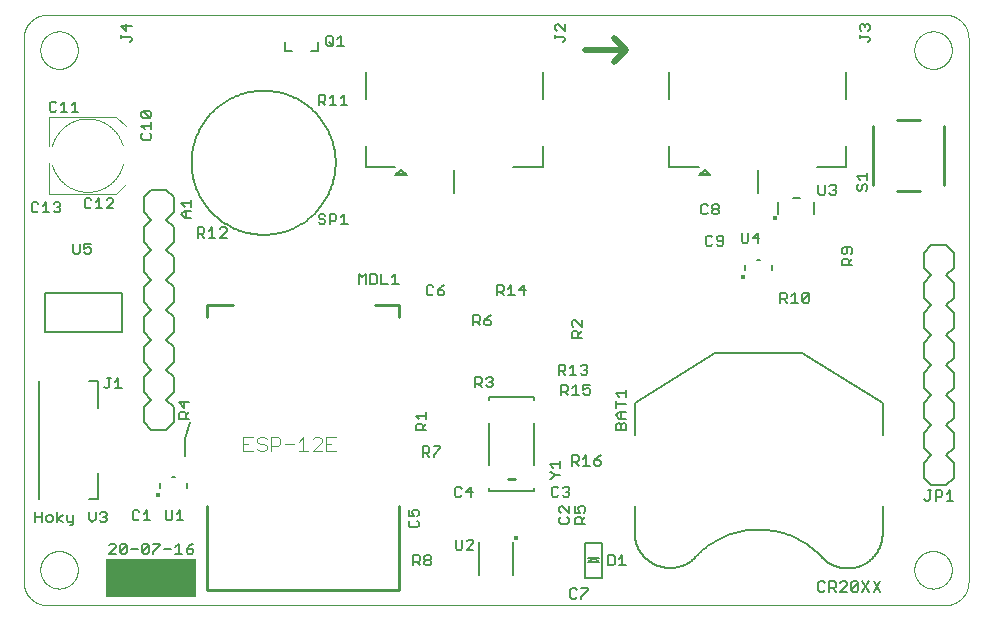
<source format=gto>
G75*
%MOIN*%
%OFA0B0*%
%FSLAX25Y25*%
%IPPOS*%
%LPD*%
%AMOC8*
5,1,8,0,0,1.08239X$1,22.5*
%
%ADD10C,0.00000*%
%ADD11C,0.00600*%
%ADD12R,0.29951X0.12500*%
%ADD13C,0.01969*%
%ADD14C,0.00800*%
%ADD15C,0.00400*%
%ADD16C,0.01000*%
%ADD17C,0.00787*%
%ADD18C,0.00500*%
%ADD19C,0.01575*%
%ADD20C,0.01682*%
D10*
X0044888Y0146728D02*
X0344100Y0146728D01*
X0344290Y0146730D01*
X0344480Y0146737D01*
X0344670Y0146749D01*
X0344860Y0146765D01*
X0345049Y0146785D01*
X0345238Y0146811D01*
X0345426Y0146840D01*
X0345613Y0146875D01*
X0345799Y0146914D01*
X0345984Y0146957D01*
X0346169Y0147005D01*
X0346352Y0147057D01*
X0346533Y0147113D01*
X0346713Y0147174D01*
X0346892Y0147240D01*
X0347069Y0147309D01*
X0347245Y0147383D01*
X0347418Y0147461D01*
X0347590Y0147544D01*
X0347759Y0147630D01*
X0347927Y0147720D01*
X0348092Y0147815D01*
X0348255Y0147913D01*
X0348415Y0148016D01*
X0348573Y0148122D01*
X0348728Y0148232D01*
X0348881Y0148345D01*
X0349031Y0148463D01*
X0349177Y0148584D01*
X0349321Y0148708D01*
X0349462Y0148836D01*
X0349600Y0148967D01*
X0349735Y0149102D01*
X0349866Y0149240D01*
X0349994Y0149381D01*
X0350118Y0149525D01*
X0350239Y0149671D01*
X0350357Y0149821D01*
X0350470Y0149974D01*
X0350580Y0150129D01*
X0350686Y0150287D01*
X0350789Y0150447D01*
X0350887Y0150610D01*
X0350982Y0150775D01*
X0351072Y0150943D01*
X0351158Y0151112D01*
X0351241Y0151284D01*
X0351319Y0151457D01*
X0351393Y0151633D01*
X0351462Y0151810D01*
X0351528Y0151989D01*
X0351589Y0152169D01*
X0351645Y0152350D01*
X0351697Y0152533D01*
X0351745Y0152718D01*
X0351788Y0152903D01*
X0351827Y0153089D01*
X0351862Y0153276D01*
X0351891Y0153464D01*
X0351917Y0153653D01*
X0351937Y0153842D01*
X0351953Y0154032D01*
X0351965Y0154222D01*
X0351972Y0154412D01*
X0351974Y0154602D01*
X0351974Y0335705D01*
X0351972Y0335895D01*
X0351965Y0336085D01*
X0351953Y0336275D01*
X0351937Y0336465D01*
X0351917Y0336654D01*
X0351891Y0336843D01*
X0351862Y0337031D01*
X0351827Y0337218D01*
X0351788Y0337404D01*
X0351745Y0337589D01*
X0351697Y0337774D01*
X0351645Y0337957D01*
X0351589Y0338138D01*
X0351528Y0338318D01*
X0351462Y0338497D01*
X0351393Y0338674D01*
X0351319Y0338850D01*
X0351241Y0339023D01*
X0351158Y0339195D01*
X0351072Y0339364D01*
X0350982Y0339532D01*
X0350887Y0339697D01*
X0350789Y0339860D01*
X0350686Y0340020D01*
X0350580Y0340178D01*
X0350470Y0340333D01*
X0350357Y0340486D01*
X0350239Y0340636D01*
X0350118Y0340782D01*
X0349994Y0340926D01*
X0349866Y0341067D01*
X0349735Y0341205D01*
X0349600Y0341340D01*
X0349462Y0341471D01*
X0349321Y0341599D01*
X0349177Y0341723D01*
X0349031Y0341844D01*
X0348881Y0341962D01*
X0348728Y0342075D01*
X0348573Y0342185D01*
X0348415Y0342291D01*
X0348255Y0342394D01*
X0348092Y0342492D01*
X0347927Y0342587D01*
X0347759Y0342677D01*
X0347590Y0342763D01*
X0347418Y0342846D01*
X0347245Y0342924D01*
X0347069Y0342998D01*
X0346892Y0343067D01*
X0346713Y0343133D01*
X0346533Y0343194D01*
X0346352Y0343250D01*
X0346169Y0343302D01*
X0345984Y0343350D01*
X0345799Y0343393D01*
X0345613Y0343432D01*
X0345426Y0343467D01*
X0345238Y0343496D01*
X0345049Y0343522D01*
X0344860Y0343542D01*
X0344670Y0343558D01*
X0344480Y0343570D01*
X0344290Y0343577D01*
X0344100Y0343579D01*
X0044888Y0343579D01*
X0044698Y0343577D01*
X0044508Y0343570D01*
X0044318Y0343558D01*
X0044128Y0343542D01*
X0043939Y0343522D01*
X0043750Y0343496D01*
X0043562Y0343467D01*
X0043375Y0343432D01*
X0043189Y0343393D01*
X0043004Y0343350D01*
X0042819Y0343302D01*
X0042636Y0343250D01*
X0042455Y0343194D01*
X0042275Y0343133D01*
X0042096Y0343067D01*
X0041919Y0342998D01*
X0041743Y0342924D01*
X0041570Y0342846D01*
X0041398Y0342763D01*
X0041229Y0342677D01*
X0041061Y0342587D01*
X0040896Y0342492D01*
X0040733Y0342394D01*
X0040573Y0342291D01*
X0040415Y0342185D01*
X0040260Y0342075D01*
X0040107Y0341962D01*
X0039957Y0341844D01*
X0039811Y0341723D01*
X0039667Y0341599D01*
X0039526Y0341471D01*
X0039388Y0341340D01*
X0039253Y0341205D01*
X0039122Y0341067D01*
X0038994Y0340926D01*
X0038870Y0340782D01*
X0038749Y0340636D01*
X0038631Y0340486D01*
X0038518Y0340333D01*
X0038408Y0340178D01*
X0038302Y0340020D01*
X0038199Y0339860D01*
X0038101Y0339697D01*
X0038006Y0339532D01*
X0037916Y0339364D01*
X0037830Y0339195D01*
X0037747Y0339023D01*
X0037669Y0338850D01*
X0037595Y0338674D01*
X0037526Y0338497D01*
X0037460Y0338318D01*
X0037399Y0338138D01*
X0037343Y0337957D01*
X0037291Y0337774D01*
X0037243Y0337589D01*
X0037200Y0337404D01*
X0037161Y0337218D01*
X0037126Y0337031D01*
X0037097Y0336843D01*
X0037071Y0336654D01*
X0037051Y0336465D01*
X0037035Y0336275D01*
X0037023Y0336085D01*
X0037016Y0335895D01*
X0037014Y0335705D01*
X0037014Y0154602D01*
X0037016Y0154412D01*
X0037023Y0154222D01*
X0037035Y0154032D01*
X0037051Y0153842D01*
X0037071Y0153653D01*
X0037097Y0153464D01*
X0037126Y0153276D01*
X0037161Y0153089D01*
X0037200Y0152903D01*
X0037243Y0152718D01*
X0037291Y0152533D01*
X0037343Y0152350D01*
X0037399Y0152169D01*
X0037460Y0151989D01*
X0037526Y0151810D01*
X0037595Y0151633D01*
X0037669Y0151457D01*
X0037747Y0151284D01*
X0037830Y0151112D01*
X0037916Y0150943D01*
X0038006Y0150775D01*
X0038101Y0150610D01*
X0038199Y0150447D01*
X0038302Y0150287D01*
X0038408Y0150129D01*
X0038518Y0149974D01*
X0038631Y0149821D01*
X0038749Y0149671D01*
X0038870Y0149525D01*
X0038994Y0149381D01*
X0039122Y0149240D01*
X0039253Y0149102D01*
X0039388Y0148967D01*
X0039526Y0148836D01*
X0039667Y0148708D01*
X0039811Y0148584D01*
X0039957Y0148463D01*
X0040107Y0148345D01*
X0040260Y0148232D01*
X0040415Y0148122D01*
X0040573Y0148016D01*
X0040733Y0147913D01*
X0040896Y0147815D01*
X0041061Y0147720D01*
X0041229Y0147630D01*
X0041398Y0147544D01*
X0041570Y0147461D01*
X0041743Y0147383D01*
X0041919Y0147309D01*
X0042096Y0147240D01*
X0042275Y0147174D01*
X0042455Y0147113D01*
X0042636Y0147057D01*
X0042819Y0147005D01*
X0043004Y0146957D01*
X0043189Y0146914D01*
X0043375Y0146875D01*
X0043562Y0146840D01*
X0043750Y0146811D01*
X0043939Y0146785D01*
X0044128Y0146765D01*
X0044318Y0146749D01*
X0044508Y0146737D01*
X0044698Y0146730D01*
X0044888Y0146728D01*
X0042575Y0158539D02*
X0042577Y0158697D01*
X0042583Y0158854D01*
X0042593Y0159012D01*
X0042607Y0159169D01*
X0042625Y0159325D01*
X0042646Y0159482D01*
X0042672Y0159637D01*
X0042702Y0159792D01*
X0042735Y0159946D01*
X0042773Y0160099D01*
X0042814Y0160252D01*
X0042859Y0160403D01*
X0042908Y0160553D01*
X0042961Y0160701D01*
X0043017Y0160849D01*
X0043078Y0160994D01*
X0043141Y0161139D01*
X0043209Y0161281D01*
X0043280Y0161422D01*
X0043354Y0161561D01*
X0043432Y0161698D01*
X0043514Y0161833D01*
X0043598Y0161966D01*
X0043687Y0162097D01*
X0043778Y0162225D01*
X0043873Y0162352D01*
X0043970Y0162475D01*
X0044071Y0162597D01*
X0044175Y0162715D01*
X0044282Y0162831D01*
X0044392Y0162944D01*
X0044504Y0163055D01*
X0044620Y0163162D01*
X0044738Y0163267D01*
X0044858Y0163369D01*
X0044981Y0163467D01*
X0045107Y0163563D01*
X0045235Y0163655D01*
X0045365Y0163744D01*
X0045497Y0163830D01*
X0045632Y0163912D01*
X0045769Y0163991D01*
X0045907Y0164066D01*
X0046047Y0164138D01*
X0046190Y0164206D01*
X0046333Y0164271D01*
X0046479Y0164332D01*
X0046626Y0164389D01*
X0046774Y0164443D01*
X0046924Y0164493D01*
X0047074Y0164539D01*
X0047226Y0164581D01*
X0047379Y0164620D01*
X0047533Y0164654D01*
X0047688Y0164685D01*
X0047843Y0164711D01*
X0047999Y0164734D01*
X0048156Y0164753D01*
X0048313Y0164768D01*
X0048470Y0164779D01*
X0048628Y0164786D01*
X0048786Y0164789D01*
X0048943Y0164788D01*
X0049101Y0164783D01*
X0049258Y0164774D01*
X0049416Y0164761D01*
X0049572Y0164744D01*
X0049729Y0164723D01*
X0049884Y0164699D01*
X0050039Y0164670D01*
X0050194Y0164637D01*
X0050347Y0164601D01*
X0050500Y0164560D01*
X0050651Y0164516D01*
X0050801Y0164468D01*
X0050950Y0164417D01*
X0051098Y0164361D01*
X0051244Y0164302D01*
X0051389Y0164239D01*
X0051532Y0164172D01*
X0051673Y0164102D01*
X0051812Y0164029D01*
X0051950Y0163952D01*
X0052086Y0163871D01*
X0052219Y0163787D01*
X0052350Y0163700D01*
X0052479Y0163609D01*
X0052606Y0163515D01*
X0052731Y0163418D01*
X0052852Y0163318D01*
X0052972Y0163215D01*
X0053088Y0163109D01*
X0053202Y0163000D01*
X0053314Y0162888D01*
X0053422Y0162774D01*
X0053527Y0162656D01*
X0053630Y0162536D01*
X0053729Y0162414D01*
X0053825Y0162289D01*
X0053918Y0162161D01*
X0054008Y0162032D01*
X0054094Y0161900D01*
X0054178Y0161766D01*
X0054257Y0161630D01*
X0054334Y0161492D01*
X0054406Y0161352D01*
X0054475Y0161210D01*
X0054541Y0161067D01*
X0054603Y0160922D01*
X0054661Y0160775D01*
X0054716Y0160627D01*
X0054767Y0160478D01*
X0054814Y0160327D01*
X0054857Y0160176D01*
X0054896Y0160023D01*
X0054932Y0159869D01*
X0054963Y0159715D01*
X0054991Y0159560D01*
X0055015Y0159404D01*
X0055035Y0159247D01*
X0055051Y0159090D01*
X0055063Y0158933D01*
X0055071Y0158776D01*
X0055075Y0158618D01*
X0055075Y0158460D01*
X0055071Y0158302D01*
X0055063Y0158145D01*
X0055051Y0157988D01*
X0055035Y0157831D01*
X0055015Y0157674D01*
X0054991Y0157518D01*
X0054963Y0157363D01*
X0054932Y0157209D01*
X0054896Y0157055D01*
X0054857Y0156902D01*
X0054814Y0156751D01*
X0054767Y0156600D01*
X0054716Y0156451D01*
X0054661Y0156303D01*
X0054603Y0156156D01*
X0054541Y0156011D01*
X0054475Y0155868D01*
X0054406Y0155726D01*
X0054334Y0155586D01*
X0054257Y0155448D01*
X0054178Y0155312D01*
X0054094Y0155178D01*
X0054008Y0155046D01*
X0053918Y0154917D01*
X0053825Y0154789D01*
X0053729Y0154664D01*
X0053630Y0154542D01*
X0053527Y0154422D01*
X0053422Y0154304D01*
X0053314Y0154190D01*
X0053202Y0154078D01*
X0053088Y0153969D01*
X0052972Y0153863D01*
X0052852Y0153760D01*
X0052731Y0153660D01*
X0052606Y0153563D01*
X0052479Y0153469D01*
X0052350Y0153378D01*
X0052219Y0153291D01*
X0052086Y0153207D01*
X0051950Y0153126D01*
X0051812Y0153049D01*
X0051673Y0152976D01*
X0051532Y0152906D01*
X0051389Y0152839D01*
X0051244Y0152776D01*
X0051098Y0152717D01*
X0050950Y0152661D01*
X0050801Y0152610D01*
X0050651Y0152562D01*
X0050500Y0152518D01*
X0050347Y0152477D01*
X0050194Y0152441D01*
X0050039Y0152408D01*
X0049884Y0152379D01*
X0049729Y0152355D01*
X0049572Y0152334D01*
X0049416Y0152317D01*
X0049258Y0152304D01*
X0049101Y0152295D01*
X0048943Y0152290D01*
X0048786Y0152289D01*
X0048628Y0152292D01*
X0048470Y0152299D01*
X0048313Y0152310D01*
X0048156Y0152325D01*
X0047999Y0152344D01*
X0047843Y0152367D01*
X0047688Y0152393D01*
X0047533Y0152424D01*
X0047379Y0152458D01*
X0047226Y0152497D01*
X0047074Y0152539D01*
X0046924Y0152585D01*
X0046774Y0152635D01*
X0046626Y0152689D01*
X0046479Y0152746D01*
X0046333Y0152807D01*
X0046190Y0152872D01*
X0046047Y0152940D01*
X0045907Y0153012D01*
X0045769Y0153087D01*
X0045632Y0153166D01*
X0045497Y0153248D01*
X0045365Y0153334D01*
X0045235Y0153423D01*
X0045107Y0153515D01*
X0044981Y0153611D01*
X0044858Y0153709D01*
X0044738Y0153811D01*
X0044620Y0153916D01*
X0044504Y0154023D01*
X0044392Y0154134D01*
X0044282Y0154247D01*
X0044175Y0154363D01*
X0044071Y0154481D01*
X0043970Y0154603D01*
X0043873Y0154726D01*
X0043778Y0154853D01*
X0043687Y0154981D01*
X0043598Y0155112D01*
X0043514Y0155245D01*
X0043432Y0155380D01*
X0043354Y0155517D01*
X0043280Y0155656D01*
X0043209Y0155797D01*
X0043141Y0155939D01*
X0043078Y0156084D01*
X0043017Y0156229D01*
X0042961Y0156377D01*
X0042908Y0156525D01*
X0042859Y0156675D01*
X0042814Y0156826D01*
X0042773Y0156979D01*
X0042735Y0157132D01*
X0042702Y0157286D01*
X0042672Y0157441D01*
X0042646Y0157596D01*
X0042625Y0157753D01*
X0042607Y0157909D01*
X0042593Y0158066D01*
X0042583Y0158224D01*
X0042577Y0158381D01*
X0042575Y0158539D01*
X0042575Y0331768D02*
X0042577Y0331926D01*
X0042583Y0332083D01*
X0042593Y0332241D01*
X0042607Y0332398D01*
X0042625Y0332554D01*
X0042646Y0332711D01*
X0042672Y0332866D01*
X0042702Y0333021D01*
X0042735Y0333175D01*
X0042773Y0333328D01*
X0042814Y0333481D01*
X0042859Y0333632D01*
X0042908Y0333782D01*
X0042961Y0333930D01*
X0043017Y0334078D01*
X0043078Y0334223D01*
X0043141Y0334368D01*
X0043209Y0334510D01*
X0043280Y0334651D01*
X0043354Y0334790D01*
X0043432Y0334927D01*
X0043514Y0335062D01*
X0043598Y0335195D01*
X0043687Y0335326D01*
X0043778Y0335454D01*
X0043873Y0335581D01*
X0043970Y0335704D01*
X0044071Y0335826D01*
X0044175Y0335944D01*
X0044282Y0336060D01*
X0044392Y0336173D01*
X0044504Y0336284D01*
X0044620Y0336391D01*
X0044738Y0336496D01*
X0044858Y0336598D01*
X0044981Y0336696D01*
X0045107Y0336792D01*
X0045235Y0336884D01*
X0045365Y0336973D01*
X0045497Y0337059D01*
X0045632Y0337141D01*
X0045769Y0337220D01*
X0045907Y0337295D01*
X0046047Y0337367D01*
X0046190Y0337435D01*
X0046333Y0337500D01*
X0046479Y0337561D01*
X0046626Y0337618D01*
X0046774Y0337672D01*
X0046924Y0337722D01*
X0047074Y0337768D01*
X0047226Y0337810D01*
X0047379Y0337849D01*
X0047533Y0337883D01*
X0047688Y0337914D01*
X0047843Y0337940D01*
X0047999Y0337963D01*
X0048156Y0337982D01*
X0048313Y0337997D01*
X0048470Y0338008D01*
X0048628Y0338015D01*
X0048786Y0338018D01*
X0048943Y0338017D01*
X0049101Y0338012D01*
X0049258Y0338003D01*
X0049416Y0337990D01*
X0049572Y0337973D01*
X0049729Y0337952D01*
X0049884Y0337928D01*
X0050039Y0337899D01*
X0050194Y0337866D01*
X0050347Y0337830D01*
X0050500Y0337789D01*
X0050651Y0337745D01*
X0050801Y0337697D01*
X0050950Y0337646D01*
X0051098Y0337590D01*
X0051244Y0337531D01*
X0051389Y0337468D01*
X0051532Y0337401D01*
X0051673Y0337331D01*
X0051812Y0337258D01*
X0051950Y0337181D01*
X0052086Y0337100D01*
X0052219Y0337016D01*
X0052350Y0336929D01*
X0052479Y0336838D01*
X0052606Y0336744D01*
X0052731Y0336647D01*
X0052852Y0336547D01*
X0052972Y0336444D01*
X0053088Y0336338D01*
X0053202Y0336229D01*
X0053314Y0336117D01*
X0053422Y0336003D01*
X0053527Y0335885D01*
X0053630Y0335765D01*
X0053729Y0335643D01*
X0053825Y0335518D01*
X0053918Y0335390D01*
X0054008Y0335261D01*
X0054094Y0335129D01*
X0054178Y0334995D01*
X0054257Y0334859D01*
X0054334Y0334721D01*
X0054406Y0334581D01*
X0054475Y0334439D01*
X0054541Y0334296D01*
X0054603Y0334151D01*
X0054661Y0334004D01*
X0054716Y0333856D01*
X0054767Y0333707D01*
X0054814Y0333556D01*
X0054857Y0333405D01*
X0054896Y0333252D01*
X0054932Y0333098D01*
X0054963Y0332944D01*
X0054991Y0332789D01*
X0055015Y0332633D01*
X0055035Y0332476D01*
X0055051Y0332319D01*
X0055063Y0332162D01*
X0055071Y0332005D01*
X0055075Y0331847D01*
X0055075Y0331689D01*
X0055071Y0331531D01*
X0055063Y0331374D01*
X0055051Y0331217D01*
X0055035Y0331060D01*
X0055015Y0330903D01*
X0054991Y0330747D01*
X0054963Y0330592D01*
X0054932Y0330438D01*
X0054896Y0330284D01*
X0054857Y0330131D01*
X0054814Y0329980D01*
X0054767Y0329829D01*
X0054716Y0329680D01*
X0054661Y0329532D01*
X0054603Y0329385D01*
X0054541Y0329240D01*
X0054475Y0329097D01*
X0054406Y0328955D01*
X0054334Y0328815D01*
X0054257Y0328677D01*
X0054178Y0328541D01*
X0054094Y0328407D01*
X0054008Y0328275D01*
X0053918Y0328146D01*
X0053825Y0328018D01*
X0053729Y0327893D01*
X0053630Y0327771D01*
X0053527Y0327651D01*
X0053422Y0327533D01*
X0053314Y0327419D01*
X0053202Y0327307D01*
X0053088Y0327198D01*
X0052972Y0327092D01*
X0052852Y0326989D01*
X0052731Y0326889D01*
X0052606Y0326792D01*
X0052479Y0326698D01*
X0052350Y0326607D01*
X0052219Y0326520D01*
X0052086Y0326436D01*
X0051950Y0326355D01*
X0051812Y0326278D01*
X0051673Y0326205D01*
X0051532Y0326135D01*
X0051389Y0326068D01*
X0051244Y0326005D01*
X0051098Y0325946D01*
X0050950Y0325890D01*
X0050801Y0325839D01*
X0050651Y0325791D01*
X0050500Y0325747D01*
X0050347Y0325706D01*
X0050194Y0325670D01*
X0050039Y0325637D01*
X0049884Y0325608D01*
X0049729Y0325584D01*
X0049572Y0325563D01*
X0049416Y0325546D01*
X0049258Y0325533D01*
X0049101Y0325524D01*
X0048943Y0325519D01*
X0048786Y0325518D01*
X0048628Y0325521D01*
X0048470Y0325528D01*
X0048313Y0325539D01*
X0048156Y0325554D01*
X0047999Y0325573D01*
X0047843Y0325596D01*
X0047688Y0325622D01*
X0047533Y0325653D01*
X0047379Y0325687D01*
X0047226Y0325726D01*
X0047074Y0325768D01*
X0046924Y0325814D01*
X0046774Y0325864D01*
X0046626Y0325918D01*
X0046479Y0325975D01*
X0046333Y0326036D01*
X0046190Y0326101D01*
X0046047Y0326169D01*
X0045907Y0326241D01*
X0045769Y0326316D01*
X0045632Y0326395D01*
X0045497Y0326477D01*
X0045365Y0326563D01*
X0045235Y0326652D01*
X0045107Y0326744D01*
X0044981Y0326840D01*
X0044858Y0326938D01*
X0044738Y0327040D01*
X0044620Y0327145D01*
X0044504Y0327252D01*
X0044392Y0327363D01*
X0044282Y0327476D01*
X0044175Y0327592D01*
X0044071Y0327710D01*
X0043970Y0327832D01*
X0043873Y0327955D01*
X0043778Y0328082D01*
X0043687Y0328210D01*
X0043598Y0328341D01*
X0043514Y0328474D01*
X0043432Y0328609D01*
X0043354Y0328746D01*
X0043280Y0328885D01*
X0043209Y0329026D01*
X0043141Y0329168D01*
X0043078Y0329313D01*
X0043017Y0329458D01*
X0042961Y0329606D01*
X0042908Y0329754D01*
X0042859Y0329904D01*
X0042814Y0330055D01*
X0042773Y0330208D01*
X0042735Y0330361D01*
X0042702Y0330515D01*
X0042672Y0330670D01*
X0042646Y0330825D01*
X0042625Y0330982D01*
X0042607Y0331138D01*
X0042593Y0331295D01*
X0042583Y0331453D01*
X0042577Y0331610D01*
X0042575Y0331768D01*
X0333913Y0331768D02*
X0333915Y0331926D01*
X0333921Y0332083D01*
X0333931Y0332241D01*
X0333945Y0332398D01*
X0333963Y0332554D01*
X0333984Y0332711D01*
X0334010Y0332866D01*
X0334040Y0333021D01*
X0334073Y0333175D01*
X0334111Y0333328D01*
X0334152Y0333481D01*
X0334197Y0333632D01*
X0334246Y0333782D01*
X0334299Y0333930D01*
X0334355Y0334078D01*
X0334416Y0334223D01*
X0334479Y0334368D01*
X0334547Y0334510D01*
X0334618Y0334651D01*
X0334692Y0334790D01*
X0334770Y0334927D01*
X0334852Y0335062D01*
X0334936Y0335195D01*
X0335025Y0335326D01*
X0335116Y0335454D01*
X0335211Y0335581D01*
X0335308Y0335704D01*
X0335409Y0335826D01*
X0335513Y0335944D01*
X0335620Y0336060D01*
X0335730Y0336173D01*
X0335842Y0336284D01*
X0335958Y0336391D01*
X0336076Y0336496D01*
X0336196Y0336598D01*
X0336319Y0336696D01*
X0336445Y0336792D01*
X0336573Y0336884D01*
X0336703Y0336973D01*
X0336835Y0337059D01*
X0336970Y0337141D01*
X0337107Y0337220D01*
X0337245Y0337295D01*
X0337385Y0337367D01*
X0337528Y0337435D01*
X0337671Y0337500D01*
X0337817Y0337561D01*
X0337964Y0337618D01*
X0338112Y0337672D01*
X0338262Y0337722D01*
X0338412Y0337768D01*
X0338564Y0337810D01*
X0338717Y0337849D01*
X0338871Y0337883D01*
X0339026Y0337914D01*
X0339181Y0337940D01*
X0339337Y0337963D01*
X0339494Y0337982D01*
X0339651Y0337997D01*
X0339808Y0338008D01*
X0339966Y0338015D01*
X0340124Y0338018D01*
X0340281Y0338017D01*
X0340439Y0338012D01*
X0340596Y0338003D01*
X0340754Y0337990D01*
X0340910Y0337973D01*
X0341067Y0337952D01*
X0341222Y0337928D01*
X0341377Y0337899D01*
X0341532Y0337866D01*
X0341685Y0337830D01*
X0341838Y0337789D01*
X0341989Y0337745D01*
X0342139Y0337697D01*
X0342288Y0337646D01*
X0342436Y0337590D01*
X0342582Y0337531D01*
X0342727Y0337468D01*
X0342870Y0337401D01*
X0343011Y0337331D01*
X0343150Y0337258D01*
X0343288Y0337181D01*
X0343424Y0337100D01*
X0343557Y0337016D01*
X0343688Y0336929D01*
X0343817Y0336838D01*
X0343944Y0336744D01*
X0344069Y0336647D01*
X0344190Y0336547D01*
X0344310Y0336444D01*
X0344426Y0336338D01*
X0344540Y0336229D01*
X0344652Y0336117D01*
X0344760Y0336003D01*
X0344865Y0335885D01*
X0344968Y0335765D01*
X0345067Y0335643D01*
X0345163Y0335518D01*
X0345256Y0335390D01*
X0345346Y0335261D01*
X0345432Y0335129D01*
X0345516Y0334995D01*
X0345595Y0334859D01*
X0345672Y0334721D01*
X0345744Y0334581D01*
X0345813Y0334439D01*
X0345879Y0334296D01*
X0345941Y0334151D01*
X0345999Y0334004D01*
X0346054Y0333856D01*
X0346105Y0333707D01*
X0346152Y0333556D01*
X0346195Y0333405D01*
X0346234Y0333252D01*
X0346270Y0333098D01*
X0346301Y0332944D01*
X0346329Y0332789D01*
X0346353Y0332633D01*
X0346373Y0332476D01*
X0346389Y0332319D01*
X0346401Y0332162D01*
X0346409Y0332005D01*
X0346413Y0331847D01*
X0346413Y0331689D01*
X0346409Y0331531D01*
X0346401Y0331374D01*
X0346389Y0331217D01*
X0346373Y0331060D01*
X0346353Y0330903D01*
X0346329Y0330747D01*
X0346301Y0330592D01*
X0346270Y0330438D01*
X0346234Y0330284D01*
X0346195Y0330131D01*
X0346152Y0329980D01*
X0346105Y0329829D01*
X0346054Y0329680D01*
X0345999Y0329532D01*
X0345941Y0329385D01*
X0345879Y0329240D01*
X0345813Y0329097D01*
X0345744Y0328955D01*
X0345672Y0328815D01*
X0345595Y0328677D01*
X0345516Y0328541D01*
X0345432Y0328407D01*
X0345346Y0328275D01*
X0345256Y0328146D01*
X0345163Y0328018D01*
X0345067Y0327893D01*
X0344968Y0327771D01*
X0344865Y0327651D01*
X0344760Y0327533D01*
X0344652Y0327419D01*
X0344540Y0327307D01*
X0344426Y0327198D01*
X0344310Y0327092D01*
X0344190Y0326989D01*
X0344069Y0326889D01*
X0343944Y0326792D01*
X0343817Y0326698D01*
X0343688Y0326607D01*
X0343557Y0326520D01*
X0343424Y0326436D01*
X0343288Y0326355D01*
X0343150Y0326278D01*
X0343011Y0326205D01*
X0342870Y0326135D01*
X0342727Y0326068D01*
X0342582Y0326005D01*
X0342436Y0325946D01*
X0342288Y0325890D01*
X0342139Y0325839D01*
X0341989Y0325791D01*
X0341838Y0325747D01*
X0341685Y0325706D01*
X0341532Y0325670D01*
X0341377Y0325637D01*
X0341222Y0325608D01*
X0341067Y0325584D01*
X0340910Y0325563D01*
X0340754Y0325546D01*
X0340596Y0325533D01*
X0340439Y0325524D01*
X0340281Y0325519D01*
X0340124Y0325518D01*
X0339966Y0325521D01*
X0339808Y0325528D01*
X0339651Y0325539D01*
X0339494Y0325554D01*
X0339337Y0325573D01*
X0339181Y0325596D01*
X0339026Y0325622D01*
X0338871Y0325653D01*
X0338717Y0325687D01*
X0338564Y0325726D01*
X0338412Y0325768D01*
X0338262Y0325814D01*
X0338112Y0325864D01*
X0337964Y0325918D01*
X0337817Y0325975D01*
X0337671Y0326036D01*
X0337528Y0326101D01*
X0337385Y0326169D01*
X0337245Y0326241D01*
X0337107Y0326316D01*
X0336970Y0326395D01*
X0336835Y0326477D01*
X0336703Y0326563D01*
X0336573Y0326652D01*
X0336445Y0326744D01*
X0336319Y0326840D01*
X0336196Y0326938D01*
X0336076Y0327040D01*
X0335958Y0327145D01*
X0335842Y0327252D01*
X0335730Y0327363D01*
X0335620Y0327476D01*
X0335513Y0327592D01*
X0335409Y0327710D01*
X0335308Y0327832D01*
X0335211Y0327955D01*
X0335116Y0328082D01*
X0335025Y0328210D01*
X0334936Y0328341D01*
X0334852Y0328474D01*
X0334770Y0328609D01*
X0334692Y0328746D01*
X0334618Y0328885D01*
X0334547Y0329026D01*
X0334479Y0329168D01*
X0334416Y0329313D01*
X0334355Y0329458D01*
X0334299Y0329606D01*
X0334246Y0329754D01*
X0334197Y0329904D01*
X0334152Y0330055D01*
X0334111Y0330208D01*
X0334073Y0330361D01*
X0334040Y0330515D01*
X0334010Y0330670D01*
X0333984Y0330825D01*
X0333963Y0330982D01*
X0333945Y0331138D01*
X0333931Y0331295D01*
X0333921Y0331453D01*
X0333915Y0331610D01*
X0333913Y0331768D01*
X0333913Y0158539D02*
X0333915Y0158697D01*
X0333921Y0158854D01*
X0333931Y0159012D01*
X0333945Y0159169D01*
X0333963Y0159325D01*
X0333984Y0159482D01*
X0334010Y0159637D01*
X0334040Y0159792D01*
X0334073Y0159946D01*
X0334111Y0160099D01*
X0334152Y0160252D01*
X0334197Y0160403D01*
X0334246Y0160553D01*
X0334299Y0160701D01*
X0334355Y0160849D01*
X0334416Y0160994D01*
X0334479Y0161139D01*
X0334547Y0161281D01*
X0334618Y0161422D01*
X0334692Y0161561D01*
X0334770Y0161698D01*
X0334852Y0161833D01*
X0334936Y0161966D01*
X0335025Y0162097D01*
X0335116Y0162225D01*
X0335211Y0162352D01*
X0335308Y0162475D01*
X0335409Y0162597D01*
X0335513Y0162715D01*
X0335620Y0162831D01*
X0335730Y0162944D01*
X0335842Y0163055D01*
X0335958Y0163162D01*
X0336076Y0163267D01*
X0336196Y0163369D01*
X0336319Y0163467D01*
X0336445Y0163563D01*
X0336573Y0163655D01*
X0336703Y0163744D01*
X0336835Y0163830D01*
X0336970Y0163912D01*
X0337107Y0163991D01*
X0337245Y0164066D01*
X0337385Y0164138D01*
X0337528Y0164206D01*
X0337671Y0164271D01*
X0337817Y0164332D01*
X0337964Y0164389D01*
X0338112Y0164443D01*
X0338262Y0164493D01*
X0338412Y0164539D01*
X0338564Y0164581D01*
X0338717Y0164620D01*
X0338871Y0164654D01*
X0339026Y0164685D01*
X0339181Y0164711D01*
X0339337Y0164734D01*
X0339494Y0164753D01*
X0339651Y0164768D01*
X0339808Y0164779D01*
X0339966Y0164786D01*
X0340124Y0164789D01*
X0340281Y0164788D01*
X0340439Y0164783D01*
X0340596Y0164774D01*
X0340754Y0164761D01*
X0340910Y0164744D01*
X0341067Y0164723D01*
X0341222Y0164699D01*
X0341377Y0164670D01*
X0341532Y0164637D01*
X0341685Y0164601D01*
X0341838Y0164560D01*
X0341989Y0164516D01*
X0342139Y0164468D01*
X0342288Y0164417D01*
X0342436Y0164361D01*
X0342582Y0164302D01*
X0342727Y0164239D01*
X0342870Y0164172D01*
X0343011Y0164102D01*
X0343150Y0164029D01*
X0343288Y0163952D01*
X0343424Y0163871D01*
X0343557Y0163787D01*
X0343688Y0163700D01*
X0343817Y0163609D01*
X0343944Y0163515D01*
X0344069Y0163418D01*
X0344190Y0163318D01*
X0344310Y0163215D01*
X0344426Y0163109D01*
X0344540Y0163000D01*
X0344652Y0162888D01*
X0344760Y0162774D01*
X0344865Y0162656D01*
X0344968Y0162536D01*
X0345067Y0162414D01*
X0345163Y0162289D01*
X0345256Y0162161D01*
X0345346Y0162032D01*
X0345432Y0161900D01*
X0345516Y0161766D01*
X0345595Y0161630D01*
X0345672Y0161492D01*
X0345744Y0161352D01*
X0345813Y0161210D01*
X0345879Y0161067D01*
X0345941Y0160922D01*
X0345999Y0160775D01*
X0346054Y0160627D01*
X0346105Y0160478D01*
X0346152Y0160327D01*
X0346195Y0160176D01*
X0346234Y0160023D01*
X0346270Y0159869D01*
X0346301Y0159715D01*
X0346329Y0159560D01*
X0346353Y0159404D01*
X0346373Y0159247D01*
X0346389Y0159090D01*
X0346401Y0158933D01*
X0346409Y0158776D01*
X0346413Y0158618D01*
X0346413Y0158460D01*
X0346409Y0158302D01*
X0346401Y0158145D01*
X0346389Y0157988D01*
X0346373Y0157831D01*
X0346353Y0157674D01*
X0346329Y0157518D01*
X0346301Y0157363D01*
X0346270Y0157209D01*
X0346234Y0157055D01*
X0346195Y0156902D01*
X0346152Y0156751D01*
X0346105Y0156600D01*
X0346054Y0156451D01*
X0345999Y0156303D01*
X0345941Y0156156D01*
X0345879Y0156011D01*
X0345813Y0155868D01*
X0345744Y0155726D01*
X0345672Y0155586D01*
X0345595Y0155448D01*
X0345516Y0155312D01*
X0345432Y0155178D01*
X0345346Y0155046D01*
X0345256Y0154917D01*
X0345163Y0154789D01*
X0345067Y0154664D01*
X0344968Y0154542D01*
X0344865Y0154422D01*
X0344760Y0154304D01*
X0344652Y0154190D01*
X0344540Y0154078D01*
X0344426Y0153969D01*
X0344310Y0153863D01*
X0344190Y0153760D01*
X0344069Y0153660D01*
X0343944Y0153563D01*
X0343817Y0153469D01*
X0343688Y0153378D01*
X0343557Y0153291D01*
X0343424Y0153207D01*
X0343288Y0153126D01*
X0343150Y0153049D01*
X0343011Y0152976D01*
X0342870Y0152906D01*
X0342727Y0152839D01*
X0342582Y0152776D01*
X0342436Y0152717D01*
X0342288Y0152661D01*
X0342139Y0152610D01*
X0341989Y0152562D01*
X0341838Y0152518D01*
X0341685Y0152477D01*
X0341532Y0152441D01*
X0341377Y0152408D01*
X0341222Y0152379D01*
X0341067Y0152355D01*
X0340910Y0152334D01*
X0340754Y0152317D01*
X0340596Y0152304D01*
X0340439Y0152295D01*
X0340281Y0152290D01*
X0340124Y0152289D01*
X0339966Y0152292D01*
X0339808Y0152299D01*
X0339651Y0152310D01*
X0339494Y0152325D01*
X0339337Y0152344D01*
X0339181Y0152367D01*
X0339026Y0152393D01*
X0338871Y0152424D01*
X0338717Y0152458D01*
X0338564Y0152497D01*
X0338412Y0152539D01*
X0338262Y0152585D01*
X0338112Y0152635D01*
X0337964Y0152689D01*
X0337817Y0152746D01*
X0337671Y0152807D01*
X0337528Y0152872D01*
X0337385Y0152940D01*
X0337245Y0153012D01*
X0337107Y0153087D01*
X0336970Y0153166D01*
X0336835Y0153248D01*
X0336703Y0153334D01*
X0336573Y0153423D01*
X0336445Y0153515D01*
X0336319Y0153611D01*
X0336196Y0153709D01*
X0336076Y0153811D01*
X0335958Y0153916D01*
X0335842Y0154023D01*
X0335730Y0154134D01*
X0335620Y0154247D01*
X0335513Y0154363D01*
X0335409Y0154481D01*
X0335308Y0154603D01*
X0335211Y0154726D01*
X0335116Y0154853D01*
X0335025Y0154981D01*
X0334936Y0155112D01*
X0334852Y0155245D01*
X0334770Y0155380D01*
X0334692Y0155517D01*
X0334618Y0155656D01*
X0334547Y0155797D01*
X0334479Y0155939D01*
X0334416Y0156084D01*
X0334355Y0156229D01*
X0334299Y0156377D01*
X0334246Y0156525D01*
X0334197Y0156675D01*
X0334152Y0156826D01*
X0334111Y0156979D01*
X0334073Y0157132D01*
X0334040Y0157286D01*
X0334010Y0157441D01*
X0333984Y0157596D01*
X0333963Y0157753D01*
X0333945Y0157909D01*
X0333931Y0158066D01*
X0333921Y0158224D01*
X0333915Y0158381D01*
X0333913Y0158539D01*
D11*
X0322579Y0154642D02*
X0320310Y0151239D01*
X0318895Y0151239D02*
X0316627Y0154642D01*
X0315212Y0154075D02*
X0312944Y0151806D01*
X0313511Y0151239D01*
X0314645Y0151239D01*
X0315212Y0151806D01*
X0315212Y0154075D01*
X0314645Y0154642D01*
X0313511Y0154642D01*
X0312944Y0154075D01*
X0312944Y0151806D01*
X0311529Y0151239D02*
X0309260Y0151239D01*
X0311529Y0153508D01*
X0311529Y0154075D01*
X0310962Y0154642D01*
X0309828Y0154642D01*
X0309260Y0154075D01*
X0307846Y0154075D02*
X0307846Y0152940D01*
X0307279Y0152373D01*
X0305577Y0152373D01*
X0305577Y0151239D02*
X0305577Y0154642D01*
X0307279Y0154642D01*
X0307846Y0154075D01*
X0306712Y0152373D02*
X0307846Y0151239D01*
X0304163Y0151806D02*
X0303596Y0151239D01*
X0302461Y0151239D01*
X0301894Y0151806D01*
X0301894Y0154075D01*
X0302461Y0154642D01*
X0303596Y0154642D01*
X0304163Y0154075D01*
X0316627Y0151239D02*
X0318895Y0154642D01*
X0320310Y0154642D02*
X0322579Y0151239D01*
X0337855Y0181611D02*
X0338422Y0181611D01*
X0338989Y0182178D01*
X0338989Y0185014D01*
X0338422Y0185014D02*
X0339556Y0185014D01*
X0340971Y0185014D02*
X0340971Y0181611D01*
X0340971Y0182745D02*
X0342672Y0182745D01*
X0343240Y0183312D01*
X0343240Y0184447D01*
X0342672Y0185014D01*
X0340971Y0185014D01*
X0344654Y0183880D02*
X0345788Y0185014D01*
X0345788Y0181611D01*
X0344654Y0181611D02*
X0346923Y0181611D01*
X0337855Y0181611D02*
X0337288Y0182178D01*
X0298332Y0247528D02*
X0297198Y0247528D01*
X0296631Y0248095D01*
X0298899Y0250364D01*
X0298899Y0248095D01*
X0298332Y0247528D01*
X0296631Y0248095D02*
X0296631Y0250364D01*
X0297198Y0250931D01*
X0298332Y0250931D01*
X0298899Y0250364D01*
X0295216Y0247528D02*
X0292947Y0247528D01*
X0294082Y0247528D02*
X0294082Y0250931D01*
X0292947Y0249797D01*
X0291533Y0250364D02*
X0291533Y0249230D01*
X0290966Y0248663D01*
X0289264Y0248663D01*
X0290399Y0248663D02*
X0291533Y0247528D01*
X0289264Y0247528D02*
X0289264Y0250931D01*
X0290966Y0250931D01*
X0291533Y0250364D01*
X0286414Y0258328D02*
X0286414Y0260128D01*
X0282614Y0261928D02*
X0281414Y0261928D01*
X0277614Y0260128D02*
X0277614Y0258328D01*
X0269698Y0266528D02*
X0270265Y0267095D01*
X0270265Y0269364D01*
X0269698Y0269931D01*
X0268564Y0269931D01*
X0267997Y0269364D01*
X0267997Y0268797D01*
X0268564Y0268230D01*
X0270265Y0268230D01*
X0269698Y0266528D02*
X0268564Y0266528D01*
X0267997Y0267095D01*
X0266582Y0267095D02*
X0266015Y0266528D01*
X0264881Y0266528D01*
X0264314Y0267095D01*
X0264314Y0269364D01*
X0264881Y0269931D01*
X0266015Y0269931D01*
X0266582Y0269364D01*
X0276314Y0268095D02*
X0276314Y0270931D01*
X0278582Y0270931D02*
X0278582Y0268095D01*
X0278015Y0267528D01*
X0276881Y0267528D01*
X0276314Y0268095D01*
X0279997Y0269230D02*
X0281698Y0270931D01*
X0281698Y0267528D01*
X0282265Y0269230D02*
X0279997Y0269230D01*
X0288608Y0277260D02*
X0288608Y0281197D01*
X0293333Y0282378D02*
X0295695Y0282378D01*
X0300419Y0281197D02*
X0300419Y0277260D01*
X0302511Y0283536D02*
X0303645Y0283536D01*
X0304212Y0284103D01*
X0304212Y0286939D01*
X0305627Y0286372D02*
X0306194Y0286939D01*
X0307328Y0286939D01*
X0307895Y0286372D01*
X0307895Y0285805D01*
X0307328Y0285238D01*
X0307895Y0284671D01*
X0307895Y0284103D01*
X0307328Y0283536D01*
X0306194Y0283536D01*
X0305627Y0284103D01*
X0306761Y0285238D02*
X0307328Y0285238D01*
X0302511Y0283536D02*
X0301944Y0284103D01*
X0301944Y0286939D01*
X0314807Y0286525D02*
X0314807Y0285391D01*
X0315374Y0284824D01*
X0315941Y0284824D01*
X0316508Y0285391D01*
X0316508Y0286525D01*
X0317075Y0287092D01*
X0317643Y0287092D01*
X0318210Y0286525D01*
X0318210Y0285391D01*
X0317643Y0284824D01*
X0315374Y0287092D02*
X0314807Y0286525D01*
X0315941Y0288507D02*
X0314807Y0289641D01*
X0318210Y0289641D01*
X0318210Y0288507D02*
X0318210Y0290775D01*
X0312647Y0265980D02*
X0310378Y0265980D01*
X0309811Y0265413D01*
X0309811Y0264279D01*
X0310378Y0263711D01*
X0310945Y0263711D01*
X0311512Y0264279D01*
X0311512Y0265980D01*
X0312647Y0265980D02*
X0313214Y0265413D01*
X0313214Y0264279D01*
X0312647Y0263711D01*
X0313214Y0262297D02*
X0312079Y0261163D01*
X0312079Y0261730D02*
X0312079Y0260028D01*
X0313214Y0260028D02*
X0309811Y0260028D01*
X0309811Y0261730D01*
X0310378Y0262297D01*
X0311512Y0262297D01*
X0312079Y0261730D01*
X0268765Y0277595D02*
X0268198Y0277028D01*
X0267064Y0277028D01*
X0266497Y0277595D01*
X0266497Y0278163D01*
X0267064Y0278730D01*
X0268198Y0278730D01*
X0268765Y0278163D01*
X0268765Y0277595D01*
X0268198Y0278730D02*
X0268765Y0279297D01*
X0268765Y0279864D01*
X0268198Y0280431D01*
X0267064Y0280431D01*
X0266497Y0279864D01*
X0266497Y0279297D01*
X0267064Y0278730D01*
X0265082Y0279864D02*
X0264515Y0280431D01*
X0263381Y0280431D01*
X0262814Y0279864D01*
X0262814Y0277595D01*
X0263381Y0277028D01*
X0264515Y0277028D01*
X0265082Y0277595D01*
X0223103Y0241677D02*
X0223103Y0239408D01*
X0220835Y0241677D01*
X0220268Y0241677D01*
X0219701Y0241110D01*
X0219701Y0239975D01*
X0220268Y0239408D01*
X0220268Y0237994D02*
X0221402Y0237994D01*
X0221969Y0237427D01*
X0221969Y0235725D01*
X0221969Y0236859D02*
X0223103Y0237994D01*
X0223103Y0235725D02*
X0219701Y0235725D01*
X0219701Y0237427D01*
X0220268Y0237994D01*
X0220131Y0226931D02*
X0220131Y0223528D01*
X0218997Y0223528D02*
X0221265Y0223528D01*
X0222680Y0224095D02*
X0223247Y0223528D01*
X0224381Y0223528D01*
X0224949Y0224095D01*
X0224949Y0224663D01*
X0224381Y0225230D01*
X0223814Y0225230D01*
X0224381Y0225230D02*
X0224949Y0225797D01*
X0224949Y0226364D01*
X0224381Y0226931D01*
X0223247Y0226931D01*
X0222680Y0226364D01*
X0220131Y0226931D02*
X0218997Y0225797D01*
X0217582Y0226364D02*
X0217582Y0225230D01*
X0217015Y0224663D01*
X0215314Y0224663D01*
X0216448Y0224663D02*
X0217582Y0223528D01*
X0215314Y0223528D02*
X0215314Y0226931D01*
X0217015Y0226931D01*
X0217582Y0226364D01*
X0217966Y0220181D02*
X0218533Y0219614D01*
X0218533Y0218480D01*
X0217966Y0217913D01*
X0216264Y0217913D01*
X0217399Y0217913D02*
X0218533Y0216778D01*
X0219947Y0216778D02*
X0222216Y0216778D01*
X0221082Y0216778D02*
X0221082Y0220181D01*
X0219947Y0219047D01*
X0217966Y0220181D02*
X0216264Y0220181D01*
X0216264Y0216778D01*
X0223631Y0217345D02*
X0224198Y0216778D01*
X0225332Y0216778D01*
X0225899Y0217345D01*
X0225899Y0218480D01*
X0225332Y0219047D01*
X0224765Y0219047D01*
X0223631Y0218480D01*
X0223631Y0220181D01*
X0225899Y0220181D01*
X0234500Y0217342D02*
X0237903Y0217342D01*
X0237903Y0218476D02*
X0237903Y0216207D01*
X0235634Y0216207D02*
X0234500Y0217342D01*
X0234500Y0214793D02*
X0234500Y0212524D01*
X0234500Y0213659D02*
X0237903Y0213659D01*
X0237903Y0211110D02*
X0235634Y0211110D01*
X0234500Y0209975D01*
X0235634Y0208841D01*
X0237903Y0208841D01*
X0237336Y0207427D02*
X0237903Y0206859D01*
X0237903Y0205158D01*
X0234500Y0205158D01*
X0234500Y0206859D01*
X0235067Y0207427D01*
X0235634Y0207427D01*
X0236201Y0206859D01*
X0236201Y0205158D01*
X0236201Y0206859D02*
X0236768Y0207427D01*
X0237336Y0207427D01*
X0236201Y0208841D02*
X0236201Y0211110D01*
X0229449Y0196681D02*
X0228314Y0196114D01*
X0227180Y0194980D01*
X0228881Y0194980D01*
X0229449Y0194413D01*
X0229449Y0193845D01*
X0228881Y0193278D01*
X0227747Y0193278D01*
X0227180Y0193845D01*
X0227180Y0194980D01*
X0225765Y0193278D02*
X0223497Y0193278D01*
X0224631Y0193278D02*
X0224631Y0196681D01*
X0223497Y0195547D01*
X0222082Y0196114D02*
X0222082Y0194980D01*
X0221515Y0194413D01*
X0219814Y0194413D01*
X0220948Y0194413D02*
X0222082Y0193278D01*
X0219814Y0193278D02*
X0219814Y0196681D01*
X0221515Y0196681D01*
X0222082Y0196114D01*
X0215729Y0194840D02*
X0215729Y0192572D01*
X0215729Y0193706D02*
X0212327Y0193706D01*
X0213461Y0192572D01*
X0212894Y0191157D02*
X0212327Y0191157D01*
X0212894Y0191157D02*
X0214028Y0190023D01*
X0215729Y0190023D01*
X0214028Y0190023D02*
X0212894Y0188889D01*
X0212327Y0188889D01*
X0213540Y0186258D02*
X0212973Y0185691D01*
X0212973Y0183422D01*
X0213540Y0182855D01*
X0214675Y0182855D01*
X0215242Y0183422D01*
X0216656Y0183422D02*
X0217223Y0182855D01*
X0218358Y0182855D01*
X0218925Y0183422D01*
X0218925Y0183989D01*
X0218358Y0184557D01*
X0217791Y0184557D01*
X0218358Y0184557D02*
X0218925Y0185124D01*
X0218925Y0185691D01*
X0218358Y0186258D01*
X0217223Y0186258D01*
X0216656Y0185691D01*
X0215242Y0185691D02*
X0214675Y0186258D01*
X0213540Y0186258D01*
X0206994Y0185911D02*
X0206994Y0184730D01*
X0192033Y0184730D01*
X0192033Y0185911D01*
X0186687Y0184494D02*
X0184418Y0184494D01*
X0186119Y0186195D01*
X0186119Y0182792D01*
X0183003Y0183359D02*
X0182436Y0182792D01*
X0181302Y0182792D01*
X0180735Y0183359D01*
X0180735Y0185628D01*
X0181302Y0186195D01*
X0182436Y0186195D01*
X0183003Y0185628D01*
X0192033Y0193392D02*
X0192033Y0207565D01*
X0192033Y0215045D02*
X0192033Y0216226D01*
X0206994Y0216226D01*
X0206994Y0215045D01*
X0206994Y0207565D02*
X0206994Y0193392D01*
X0215980Y0179858D02*
X0215413Y0179291D01*
X0215413Y0178157D01*
X0215980Y0177589D01*
X0215980Y0176175D02*
X0215413Y0175608D01*
X0215413Y0174473D01*
X0215980Y0173906D01*
X0218249Y0173906D01*
X0218816Y0174473D01*
X0218816Y0175608D01*
X0218249Y0176175D01*
X0218816Y0177589D02*
X0216547Y0179858D01*
X0215980Y0179858D01*
X0218816Y0179858D02*
X0218816Y0177589D01*
X0220819Y0177589D02*
X0222520Y0177589D01*
X0221953Y0178724D01*
X0221953Y0179291D01*
X0222520Y0179858D01*
X0223654Y0179858D01*
X0224222Y0179291D01*
X0224222Y0178157D01*
X0223654Y0177589D01*
X0224222Y0176175D02*
X0223087Y0175041D01*
X0223087Y0175608D02*
X0223087Y0173906D01*
X0224222Y0173906D02*
X0220819Y0173906D01*
X0220819Y0175608D01*
X0221386Y0176175D01*
X0222520Y0176175D01*
X0223087Y0175608D01*
X0220819Y0177589D02*
X0220819Y0179858D01*
X0200124Y0167850D02*
X0200124Y0156827D01*
X0188903Y0156827D02*
X0188903Y0167850D01*
X0186966Y0167974D02*
X0186399Y0168541D01*
X0185265Y0168541D01*
X0184698Y0167974D01*
X0183283Y0168541D02*
X0183283Y0165706D01*
X0182716Y0165139D01*
X0181582Y0165139D01*
X0181014Y0165706D01*
X0181014Y0168541D01*
X0184698Y0165139D02*
X0186966Y0167407D01*
X0186966Y0167974D01*
X0186966Y0165139D02*
X0184698Y0165139D01*
X0172899Y0162864D02*
X0172899Y0162297D01*
X0172332Y0161730D01*
X0171198Y0161730D01*
X0170631Y0162297D01*
X0170631Y0162864D01*
X0171198Y0163431D01*
X0172332Y0163431D01*
X0172899Y0162864D01*
X0172332Y0161730D02*
X0172899Y0161163D01*
X0172899Y0160595D01*
X0172332Y0160028D01*
X0171198Y0160028D01*
X0170631Y0160595D01*
X0170631Y0161163D01*
X0171198Y0161730D01*
X0169216Y0161730D02*
X0168649Y0161163D01*
X0166947Y0161163D01*
X0166947Y0160028D02*
X0166947Y0163431D01*
X0168649Y0163431D01*
X0169216Y0162864D01*
X0169216Y0161730D01*
X0168082Y0161163D02*
X0169216Y0160028D01*
X0168147Y0172662D02*
X0168714Y0173229D01*
X0168714Y0174364D01*
X0168147Y0174931D01*
X0168147Y0176345D02*
X0168714Y0176912D01*
X0168714Y0178047D01*
X0168147Y0178614D01*
X0167012Y0178614D01*
X0166445Y0178047D01*
X0166445Y0177480D01*
X0167012Y0176345D01*
X0165311Y0176345D01*
X0165311Y0178614D01*
X0165878Y0174931D02*
X0165311Y0174364D01*
X0165311Y0173229D01*
X0165878Y0172662D01*
X0168147Y0172662D01*
X0169991Y0196241D02*
X0169991Y0199644D01*
X0171692Y0199644D01*
X0172259Y0199077D01*
X0172259Y0197942D01*
X0171692Y0197375D01*
X0169991Y0197375D01*
X0171125Y0197375D02*
X0172259Y0196241D01*
X0173674Y0196241D02*
X0173674Y0196808D01*
X0175943Y0199077D01*
X0175943Y0199644D01*
X0173674Y0199644D01*
X0171214Y0205028D02*
X0167811Y0205028D01*
X0167811Y0206730D01*
X0168378Y0207297D01*
X0169512Y0207297D01*
X0170079Y0206730D01*
X0170079Y0205028D01*
X0170079Y0206163D02*
X0171214Y0207297D01*
X0171214Y0208711D02*
X0171214Y0210980D01*
X0171214Y0209846D02*
X0167811Y0209846D01*
X0168945Y0208711D01*
X0187428Y0219406D02*
X0187428Y0222809D01*
X0189129Y0222809D01*
X0189696Y0222242D01*
X0189696Y0221108D01*
X0189129Y0220541D01*
X0187428Y0220541D01*
X0188562Y0220541D02*
X0189696Y0219406D01*
X0191111Y0219973D02*
X0191678Y0219406D01*
X0192812Y0219406D01*
X0193379Y0219973D01*
X0193379Y0220541D01*
X0192812Y0221108D01*
X0192245Y0221108D01*
X0192812Y0221108D02*
X0193379Y0221675D01*
X0193379Y0222242D01*
X0192812Y0222809D01*
X0191678Y0222809D01*
X0191111Y0222242D01*
X0191198Y0240028D02*
X0192332Y0240028D01*
X0192899Y0240595D01*
X0192899Y0241163D01*
X0192332Y0241730D01*
X0190631Y0241730D01*
X0190631Y0240595D01*
X0191198Y0240028D01*
X0190631Y0241730D02*
X0191765Y0242864D01*
X0192899Y0243431D01*
X0189216Y0242864D02*
X0189216Y0241730D01*
X0188649Y0241163D01*
X0186947Y0241163D01*
X0186947Y0240028D02*
X0186947Y0243431D01*
X0188649Y0243431D01*
X0189216Y0242864D01*
X0188082Y0241163D02*
X0189216Y0240028D01*
X0194814Y0250028D02*
X0194814Y0253431D01*
X0196515Y0253431D01*
X0197082Y0252864D01*
X0197082Y0251730D01*
X0196515Y0251163D01*
X0194814Y0251163D01*
X0195948Y0251163D02*
X0197082Y0250028D01*
X0198497Y0250028D02*
X0200765Y0250028D01*
X0199631Y0250028D02*
X0199631Y0253431D01*
X0198497Y0252297D01*
X0202180Y0251730D02*
X0204449Y0251730D01*
X0203881Y0253431D02*
X0203881Y0250028D01*
X0202180Y0251730D02*
X0203881Y0253431D01*
X0177265Y0253431D02*
X0176131Y0252864D01*
X0174997Y0251730D01*
X0176698Y0251730D01*
X0177265Y0251163D01*
X0177265Y0250595D01*
X0176698Y0250028D01*
X0175564Y0250028D01*
X0174997Y0250595D01*
X0174997Y0251730D01*
X0173582Y0252864D02*
X0173015Y0253431D01*
X0171881Y0253431D01*
X0171314Y0252864D01*
X0171314Y0250595D01*
X0171881Y0250028D01*
X0173015Y0250028D01*
X0173582Y0250595D01*
X0162049Y0253721D02*
X0159780Y0253721D01*
X0160915Y0253721D02*
X0160915Y0257124D01*
X0159780Y0255990D01*
X0158366Y0253721D02*
X0156097Y0253721D01*
X0156097Y0257124D01*
X0154683Y0256557D02*
X0154116Y0257124D01*
X0152414Y0257124D01*
X0152414Y0253721D01*
X0154116Y0253721D01*
X0154683Y0254288D01*
X0154683Y0256557D01*
X0151000Y0257124D02*
X0151000Y0253721D01*
X0148731Y0253721D02*
X0148731Y0257124D01*
X0149865Y0255990D01*
X0151000Y0257124D01*
X0144980Y0273800D02*
X0142711Y0273800D01*
X0143846Y0273800D02*
X0143846Y0277203D01*
X0142711Y0276069D01*
X0141297Y0276636D02*
X0141297Y0275501D01*
X0140730Y0274934D01*
X0139028Y0274934D01*
X0139028Y0273800D02*
X0139028Y0277203D01*
X0140730Y0277203D01*
X0141297Y0276636D01*
X0137614Y0276636D02*
X0137047Y0277203D01*
X0135912Y0277203D01*
X0135345Y0276636D01*
X0135345Y0276069D01*
X0135912Y0275501D01*
X0137047Y0275501D01*
X0137614Y0274934D01*
X0137614Y0274367D01*
X0137047Y0273800D01*
X0135912Y0273800D01*
X0135345Y0274367D01*
X0093014Y0294228D02*
X0093021Y0294817D01*
X0093043Y0295406D01*
X0093079Y0295994D01*
X0093130Y0296580D01*
X0093194Y0297166D01*
X0093274Y0297750D01*
X0093367Y0298331D01*
X0093475Y0298910D01*
X0093597Y0299486D01*
X0093733Y0300060D01*
X0093883Y0300629D01*
X0094047Y0301195D01*
X0094225Y0301756D01*
X0094417Y0302313D01*
X0094622Y0302865D01*
X0094841Y0303412D01*
X0095073Y0303954D01*
X0095318Y0304489D01*
X0095577Y0305019D01*
X0095848Y0305542D01*
X0096132Y0306058D01*
X0096429Y0306566D01*
X0096738Y0307068D01*
X0097059Y0307562D01*
X0097392Y0308047D01*
X0097737Y0308525D01*
X0098094Y0308994D01*
X0098462Y0309453D01*
X0098841Y0309904D01*
X0099231Y0310345D01*
X0099632Y0310777D01*
X0100043Y0311199D01*
X0100465Y0311610D01*
X0100897Y0312011D01*
X0101338Y0312401D01*
X0101789Y0312780D01*
X0102248Y0313148D01*
X0102717Y0313505D01*
X0103195Y0313850D01*
X0103680Y0314183D01*
X0104174Y0314504D01*
X0104676Y0314813D01*
X0105184Y0315110D01*
X0105700Y0315394D01*
X0106223Y0315665D01*
X0106753Y0315924D01*
X0107288Y0316169D01*
X0107830Y0316401D01*
X0108377Y0316620D01*
X0108929Y0316825D01*
X0109486Y0317017D01*
X0110047Y0317195D01*
X0110613Y0317359D01*
X0111182Y0317509D01*
X0111756Y0317645D01*
X0112332Y0317767D01*
X0112911Y0317875D01*
X0113492Y0317968D01*
X0114076Y0318048D01*
X0114662Y0318112D01*
X0115248Y0318163D01*
X0115836Y0318199D01*
X0116425Y0318221D01*
X0117014Y0318228D01*
X0117603Y0318221D01*
X0118192Y0318199D01*
X0118780Y0318163D01*
X0119366Y0318112D01*
X0119952Y0318048D01*
X0120536Y0317968D01*
X0121117Y0317875D01*
X0121696Y0317767D01*
X0122272Y0317645D01*
X0122846Y0317509D01*
X0123415Y0317359D01*
X0123981Y0317195D01*
X0124542Y0317017D01*
X0125099Y0316825D01*
X0125651Y0316620D01*
X0126198Y0316401D01*
X0126740Y0316169D01*
X0127275Y0315924D01*
X0127805Y0315665D01*
X0128328Y0315394D01*
X0128844Y0315110D01*
X0129352Y0314813D01*
X0129854Y0314504D01*
X0130348Y0314183D01*
X0130833Y0313850D01*
X0131311Y0313505D01*
X0131780Y0313148D01*
X0132239Y0312780D01*
X0132690Y0312401D01*
X0133131Y0312011D01*
X0133563Y0311610D01*
X0133985Y0311199D01*
X0134396Y0310777D01*
X0134797Y0310345D01*
X0135187Y0309904D01*
X0135566Y0309453D01*
X0135934Y0308994D01*
X0136291Y0308525D01*
X0136636Y0308047D01*
X0136969Y0307562D01*
X0137290Y0307068D01*
X0137599Y0306566D01*
X0137896Y0306058D01*
X0138180Y0305542D01*
X0138451Y0305019D01*
X0138710Y0304489D01*
X0138955Y0303954D01*
X0139187Y0303412D01*
X0139406Y0302865D01*
X0139611Y0302313D01*
X0139803Y0301756D01*
X0139981Y0301195D01*
X0140145Y0300629D01*
X0140295Y0300060D01*
X0140431Y0299486D01*
X0140553Y0298910D01*
X0140661Y0298331D01*
X0140754Y0297750D01*
X0140834Y0297166D01*
X0140898Y0296580D01*
X0140949Y0295994D01*
X0140985Y0295406D01*
X0141007Y0294817D01*
X0141014Y0294228D01*
X0141007Y0293639D01*
X0140985Y0293050D01*
X0140949Y0292462D01*
X0140898Y0291876D01*
X0140834Y0291290D01*
X0140754Y0290706D01*
X0140661Y0290125D01*
X0140553Y0289546D01*
X0140431Y0288970D01*
X0140295Y0288396D01*
X0140145Y0287827D01*
X0139981Y0287261D01*
X0139803Y0286700D01*
X0139611Y0286143D01*
X0139406Y0285591D01*
X0139187Y0285044D01*
X0138955Y0284502D01*
X0138710Y0283967D01*
X0138451Y0283437D01*
X0138180Y0282914D01*
X0137896Y0282398D01*
X0137599Y0281890D01*
X0137290Y0281388D01*
X0136969Y0280894D01*
X0136636Y0280409D01*
X0136291Y0279931D01*
X0135934Y0279462D01*
X0135566Y0279003D01*
X0135187Y0278552D01*
X0134797Y0278111D01*
X0134396Y0277679D01*
X0133985Y0277257D01*
X0133563Y0276846D01*
X0133131Y0276445D01*
X0132690Y0276055D01*
X0132239Y0275676D01*
X0131780Y0275308D01*
X0131311Y0274951D01*
X0130833Y0274606D01*
X0130348Y0274273D01*
X0129854Y0273952D01*
X0129352Y0273643D01*
X0128844Y0273346D01*
X0128328Y0273062D01*
X0127805Y0272791D01*
X0127275Y0272532D01*
X0126740Y0272287D01*
X0126198Y0272055D01*
X0125651Y0271836D01*
X0125099Y0271631D01*
X0124542Y0271439D01*
X0123981Y0271261D01*
X0123415Y0271097D01*
X0122846Y0270947D01*
X0122272Y0270811D01*
X0121696Y0270689D01*
X0121117Y0270581D01*
X0120536Y0270488D01*
X0119952Y0270408D01*
X0119366Y0270344D01*
X0118780Y0270293D01*
X0118192Y0270257D01*
X0117603Y0270235D01*
X0117014Y0270228D01*
X0116425Y0270235D01*
X0115836Y0270257D01*
X0115248Y0270293D01*
X0114662Y0270344D01*
X0114076Y0270408D01*
X0113492Y0270488D01*
X0112911Y0270581D01*
X0112332Y0270689D01*
X0111756Y0270811D01*
X0111182Y0270947D01*
X0110613Y0271097D01*
X0110047Y0271261D01*
X0109486Y0271439D01*
X0108929Y0271631D01*
X0108377Y0271836D01*
X0107830Y0272055D01*
X0107288Y0272287D01*
X0106753Y0272532D01*
X0106223Y0272791D01*
X0105700Y0273062D01*
X0105184Y0273346D01*
X0104676Y0273643D01*
X0104174Y0273952D01*
X0103680Y0274273D01*
X0103195Y0274606D01*
X0102717Y0274951D01*
X0102248Y0275308D01*
X0101789Y0275676D01*
X0101338Y0276055D01*
X0100897Y0276445D01*
X0100465Y0276846D01*
X0100043Y0277257D01*
X0099632Y0277679D01*
X0099231Y0278111D01*
X0098841Y0278552D01*
X0098462Y0279003D01*
X0098094Y0279462D01*
X0097737Y0279931D01*
X0097392Y0280409D01*
X0097059Y0280894D01*
X0096738Y0281388D01*
X0096429Y0281890D01*
X0096132Y0282398D01*
X0095848Y0282914D01*
X0095577Y0283437D01*
X0095318Y0283967D01*
X0095073Y0284502D01*
X0094841Y0285044D01*
X0094622Y0285591D01*
X0094417Y0286143D01*
X0094225Y0286700D01*
X0094047Y0287261D01*
X0093883Y0287827D01*
X0093733Y0288396D01*
X0093597Y0288970D01*
X0093475Y0289546D01*
X0093367Y0290125D01*
X0093274Y0290706D01*
X0093194Y0291290D01*
X0093130Y0291876D01*
X0093079Y0292462D01*
X0093043Y0293050D01*
X0093021Y0293639D01*
X0093014Y0294228D01*
X0079627Y0302320D02*
X0079627Y0303454D01*
X0079060Y0304021D01*
X0079627Y0305436D02*
X0079627Y0307705D01*
X0079627Y0306570D02*
X0076224Y0306570D01*
X0077358Y0305436D01*
X0076791Y0304021D02*
X0076224Y0303454D01*
X0076224Y0302320D01*
X0076791Y0301753D01*
X0079060Y0301753D01*
X0079627Y0302320D01*
X0079060Y0309119D02*
X0076791Y0311388D01*
X0079060Y0311388D01*
X0079627Y0310820D01*
X0079627Y0309686D01*
X0079060Y0309119D01*
X0076791Y0309119D01*
X0076224Y0309686D01*
X0076224Y0310820D01*
X0076791Y0311388D01*
X0055285Y0311202D02*
X0053017Y0311202D01*
X0054151Y0311202D02*
X0054151Y0314604D01*
X0053017Y0313470D01*
X0051602Y0311202D02*
X0049333Y0311202D01*
X0050468Y0311202D02*
X0050468Y0314604D01*
X0049333Y0313470D01*
X0047919Y0314037D02*
X0047352Y0314604D01*
X0046217Y0314604D01*
X0045650Y0314037D01*
X0045650Y0311769D01*
X0046217Y0311202D01*
X0047352Y0311202D01*
X0047919Y0311769D01*
X0072430Y0334544D02*
X0072997Y0335111D01*
X0072997Y0335678D01*
X0072430Y0336245D01*
X0069594Y0336245D01*
X0069594Y0335678D02*
X0069594Y0336813D01*
X0071296Y0338227D02*
X0071296Y0340496D01*
X0072997Y0339929D02*
X0069594Y0339929D01*
X0071296Y0338227D01*
X0135319Y0316904D02*
X0135319Y0313501D01*
X0135319Y0314635D02*
X0137021Y0314635D01*
X0137588Y0315202D01*
X0137588Y0316337D01*
X0137021Y0316904D01*
X0135319Y0316904D01*
X0136454Y0314635D02*
X0137588Y0313501D01*
X0139003Y0313501D02*
X0141271Y0313501D01*
X0140137Y0313501D02*
X0140137Y0316904D01*
X0139003Y0315769D01*
X0142686Y0315769D02*
X0143820Y0316904D01*
X0143820Y0313501D01*
X0142686Y0313501D02*
X0144954Y0313501D01*
X0143773Y0333186D02*
X0141505Y0333186D01*
X0142639Y0333186D02*
X0142639Y0336589D01*
X0141505Y0335454D01*
X0140090Y0336022D02*
X0140090Y0333753D01*
X0139523Y0333186D01*
X0138389Y0333186D01*
X0137821Y0333753D01*
X0137821Y0336022D01*
X0138389Y0336589D01*
X0139523Y0336589D01*
X0140090Y0336022D01*
X0138956Y0334320D02*
X0140090Y0333186D01*
X0092914Y0281839D02*
X0092914Y0279570D01*
X0092914Y0280705D02*
X0089511Y0280705D01*
X0090645Y0279570D01*
X0090645Y0278156D02*
X0092914Y0278156D01*
X0091212Y0278156D02*
X0091212Y0275887D01*
X0090645Y0275887D02*
X0092914Y0275887D01*
X0090645Y0275887D02*
X0089511Y0277022D01*
X0090645Y0278156D01*
X0095014Y0272681D02*
X0096716Y0272681D01*
X0097283Y0272114D01*
X0097283Y0270980D01*
X0096716Y0270413D01*
X0095014Y0270413D01*
X0096149Y0270413D02*
X0097283Y0269278D01*
X0098697Y0269278D02*
X0100966Y0269278D01*
X0099832Y0269278D02*
X0099832Y0272681D01*
X0098697Y0271547D01*
X0102381Y0272114D02*
X0102948Y0272681D01*
X0104082Y0272681D01*
X0104649Y0272114D01*
X0104649Y0271547D01*
X0102381Y0269278D01*
X0104649Y0269278D01*
X0095014Y0269278D02*
X0095014Y0272681D01*
X0066949Y0279028D02*
X0064680Y0279028D01*
X0066949Y0281297D01*
X0066949Y0281864D01*
X0066381Y0282431D01*
X0065247Y0282431D01*
X0064680Y0281864D01*
X0062131Y0282431D02*
X0062131Y0279028D01*
X0060997Y0279028D02*
X0063265Y0279028D01*
X0060997Y0281297D02*
X0062131Y0282431D01*
X0059582Y0281864D02*
X0059015Y0282431D01*
X0057881Y0282431D01*
X0057314Y0281864D01*
X0057314Y0279595D01*
X0057881Y0279028D01*
X0059015Y0279028D01*
X0059582Y0279595D01*
X0049285Y0279943D02*
X0048718Y0279375D01*
X0049285Y0278808D01*
X0049285Y0278241D01*
X0048718Y0277674D01*
X0047584Y0277674D01*
X0047016Y0278241D01*
X0045602Y0277674D02*
X0043333Y0277674D01*
X0044468Y0277674D02*
X0044468Y0281077D01*
X0043333Y0279943D01*
X0041919Y0280510D02*
X0041352Y0281077D01*
X0040217Y0281077D01*
X0039650Y0280510D01*
X0039650Y0278241D01*
X0040217Y0277674D01*
X0041352Y0277674D01*
X0041919Y0278241D01*
X0047016Y0280510D02*
X0047584Y0281077D01*
X0048718Y0281077D01*
X0049285Y0280510D01*
X0049285Y0279943D01*
X0048718Y0279375D02*
X0048151Y0279375D01*
X0053501Y0267160D02*
X0053501Y0264324D01*
X0054068Y0263757D01*
X0055202Y0263757D01*
X0055769Y0264324D01*
X0055769Y0267160D01*
X0057184Y0267160D02*
X0057184Y0265458D01*
X0058318Y0266025D01*
X0058885Y0266025D01*
X0059452Y0265458D01*
X0059452Y0264324D01*
X0058885Y0263757D01*
X0057751Y0263757D01*
X0057184Y0264324D01*
X0057184Y0267160D02*
X0059452Y0267160D01*
X0064940Y0222416D02*
X0066074Y0222416D01*
X0065507Y0222416D02*
X0065507Y0219580D01*
X0064940Y0219013D01*
X0064373Y0219013D01*
X0063806Y0219580D01*
X0067489Y0219013D02*
X0069757Y0219013D01*
X0068623Y0219013D02*
X0068623Y0222416D01*
X0067489Y0221281D01*
X0088886Y0214338D02*
X0090587Y0212637D01*
X0090587Y0214905D01*
X0092288Y0214338D02*
X0088886Y0214338D01*
X0089453Y0211222D02*
X0090587Y0211222D01*
X0091154Y0210655D01*
X0091154Y0208953D01*
X0092288Y0208953D02*
X0088886Y0208953D01*
X0088886Y0210655D01*
X0089453Y0211222D01*
X0091154Y0210088D02*
X0092288Y0211222D01*
X0092526Y0207752D02*
X0090951Y0202240D01*
X0090951Y0196335D01*
X0087614Y0189428D02*
X0086414Y0189428D01*
X0082614Y0187628D02*
X0082614Y0185828D01*
X0084314Y0178431D02*
X0084314Y0175595D01*
X0084881Y0175028D01*
X0086015Y0175028D01*
X0086582Y0175595D01*
X0086582Y0178431D01*
X0087997Y0177297D02*
X0089131Y0178431D01*
X0089131Y0175028D01*
X0087997Y0175028D02*
X0090265Y0175028D01*
X0088767Y0167240D02*
X0088767Y0163837D01*
X0087633Y0163837D02*
X0089901Y0163837D01*
X0091316Y0164405D02*
X0091883Y0163837D01*
X0093017Y0163837D01*
X0093584Y0164405D01*
X0093584Y0164972D01*
X0093017Y0165539D01*
X0091316Y0165539D01*
X0091316Y0164405D01*
X0091316Y0165539D02*
X0092450Y0166673D01*
X0093584Y0167240D01*
X0088767Y0167240D02*
X0087633Y0166106D01*
X0086218Y0165539D02*
X0083950Y0165539D01*
X0082535Y0166673D02*
X0080266Y0164405D01*
X0080266Y0163837D01*
X0078852Y0164405D02*
X0078285Y0163837D01*
X0077150Y0163837D01*
X0076583Y0164405D01*
X0078852Y0166673D01*
X0078852Y0164405D01*
X0078852Y0166673D02*
X0078285Y0167240D01*
X0077150Y0167240D01*
X0076583Y0166673D01*
X0076583Y0164405D01*
X0075169Y0165539D02*
X0072900Y0165539D01*
X0071486Y0166673D02*
X0069217Y0164405D01*
X0069784Y0163837D01*
X0070918Y0163837D01*
X0071486Y0164405D01*
X0071486Y0166673D01*
X0070918Y0167240D01*
X0069784Y0167240D01*
X0069217Y0166673D01*
X0069217Y0164405D01*
X0067802Y0163837D02*
X0065534Y0163837D01*
X0067802Y0166106D01*
X0067802Y0166673D01*
X0067235Y0167240D01*
X0066101Y0167240D01*
X0065534Y0166673D01*
X0064097Y0174467D02*
X0062963Y0174467D01*
X0062396Y0175034D01*
X0060981Y0175602D02*
X0060981Y0177870D01*
X0062396Y0177303D02*
X0062963Y0177870D01*
X0064097Y0177870D01*
X0064664Y0177303D01*
X0064664Y0176736D01*
X0064097Y0176169D01*
X0064664Y0175602D01*
X0064664Y0175034D01*
X0064097Y0174467D01*
X0064097Y0176169D02*
X0063530Y0176169D01*
X0060981Y0175602D02*
X0059847Y0174467D01*
X0058713Y0175602D01*
X0058713Y0177870D01*
X0053615Y0176736D02*
X0053615Y0173900D01*
X0053048Y0173333D01*
X0052481Y0173333D01*
X0051913Y0174467D02*
X0053615Y0174467D01*
X0051913Y0174467D02*
X0051346Y0175034D01*
X0051346Y0176736D01*
X0049978Y0176736D02*
X0048277Y0175602D01*
X0049978Y0174467D01*
X0048277Y0174467D02*
X0048277Y0177870D01*
X0046862Y0176169D02*
X0046295Y0176736D01*
X0045161Y0176736D01*
X0044594Y0176169D01*
X0044594Y0175034D01*
X0045161Y0174467D01*
X0046295Y0174467D01*
X0046862Y0175034D01*
X0046862Y0176169D01*
X0043179Y0176169D02*
X0040911Y0176169D01*
X0040911Y0177870D02*
X0040911Y0174467D01*
X0043179Y0174467D02*
X0043179Y0177870D01*
X0073314Y0177864D02*
X0073314Y0175595D01*
X0073881Y0175028D01*
X0075015Y0175028D01*
X0075582Y0175595D01*
X0076997Y0175028D02*
X0079265Y0175028D01*
X0078131Y0175028D02*
X0078131Y0178431D01*
X0076997Y0177297D01*
X0075582Y0177864D02*
X0075015Y0178431D01*
X0073881Y0178431D01*
X0073314Y0177864D01*
X0080266Y0167240D02*
X0082535Y0167240D01*
X0082535Y0166673D01*
X0091414Y0185828D02*
X0091414Y0187628D01*
X0219203Y0151764D02*
X0219203Y0149495D01*
X0219771Y0148928D01*
X0220905Y0148928D01*
X0221472Y0149495D01*
X0222887Y0149495D02*
X0222887Y0148928D01*
X0222887Y0149495D02*
X0225155Y0151764D01*
X0225155Y0152331D01*
X0222887Y0152331D01*
X0221472Y0151764D02*
X0220905Y0152331D01*
X0219771Y0152331D01*
X0219203Y0151764D01*
X0231802Y0160020D02*
X0233503Y0160020D01*
X0234070Y0160588D01*
X0234070Y0162856D01*
X0233503Y0163423D01*
X0231802Y0163423D01*
X0231802Y0160020D01*
X0235485Y0160020D02*
X0237754Y0160020D01*
X0236619Y0160020D02*
X0236619Y0163423D01*
X0235485Y0162289D01*
X0216918Y0334544D02*
X0217485Y0335111D01*
X0217485Y0335678D01*
X0216918Y0336245D01*
X0214082Y0336245D01*
X0214082Y0335678D02*
X0214082Y0336813D01*
X0214650Y0338227D02*
X0214082Y0338794D01*
X0214082Y0339929D01*
X0214650Y0340496D01*
X0215217Y0340496D01*
X0217485Y0338227D01*
X0217485Y0340496D01*
X0315657Y0339929D02*
X0316224Y0340496D01*
X0316792Y0340496D01*
X0317359Y0339929D01*
X0317926Y0340496D01*
X0318493Y0340496D01*
X0319060Y0339929D01*
X0319060Y0338794D01*
X0318493Y0338227D01*
X0317359Y0339361D02*
X0317359Y0339929D01*
X0315657Y0339929D02*
X0315657Y0338794D01*
X0316224Y0338227D01*
X0315657Y0336813D02*
X0315657Y0335678D01*
X0315657Y0336245D02*
X0318493Y0336245D01*
X0319060Y0335678D01*
X0319060Y0335111D01*
X0318493Y0334544D01*
D12*
X0079519Y0155656D03*
D13*
X0233864Y0327831D02*
X0237801Y0331768D01*
X0233864Y0335705D01*
X0237801Y0331768D02*
X0224022Y0331768D01*
D14*
X0135026Y0331472D02*
X0135026Y0334622D01*
X0135026Y0331472D02*
X0132663Y0331472D01*
X0126364Y0331472D02*
X0124002Y0331472D01*
X0124002Y0334622D01*
X0084514Y0285154D02*
X0087014Y0282654D01*
X0087014Y0277654D01*
X0084514Y0275154D01*
X0087014Y0272654D01*
X0087014Y0267654D01*
X0084514Y0265154D01*
X0087014Y0262654D01*
X0087014Y0257654D01*
X0084514Y0255154D01*
X0087014Y0252654D01*
X0087014Y0247654D01*
X0084514Y0245154D01*
X0087014Y0242654D01*
X0087014Y0237654D01*
X0084514Y0235154D01*
X0087014Y0232654D01*
X0087014Y0227654D01*
X0084514Y0225154D01*
X0087014Y0222654D01*
X0087014Y0217654D01*
X0084514Y0215154D01*
X0087014Y0212654D01*
X0087014Y0207654D01*
X0084514Y0205154D01*
X0079514Y0205154D01*
X0077014Y0207654D01*
X0077014Y0212654D01*
X0079514Y0215154D01*
X0077014Y0217654D01*
X0077014Y0222654D01*
X0079514Y0225154D01*
X0077014Y0227654D01*
X0077014Y0232654D01*
X0079514Y0235154D01*
X0077014Y0237654D01*
X0077014Y0242654D01*
X0079514Y0245154D01*
X0077014Y0247654D01*
X0077014Y0252654D01*
X0079514Y0255154D01*
X0077014Y0257654D01*
X0077014Y0262654D01*
X0079514Y0265154D01*
X0077014Y0267654D01*
X0077014Y0272654D01*
X0079514Y0275154D01*
X0077014Y0277654D01*
X0077014Y0282654D01*
X0079514Y0285154D01*
X0084514Y0285154D01*
X0069914Y0250728D02*
X0044114Y0250728D01*
X0044114Y0237728D01*
X0069914Y0237728D01*
X0069914Y0250728D01*
X0240675Y0214169D02*
X0240675Y0203539D01*
X0240675Y0214169D02*
X0267447Y0230705D01*
X0296581Y0230705D01*
X0323352Y0214169D01*
X0323352Y0203539D01*
X0337014Y0204228D02*
X0337014Y0199228D01*
X0339514Y0196728D01*
X0337014Y0194228D01*
X0337014Y0189228D01*
X0339514Y0186728D01*
X0344514Y0186728D01*
X0347014Y0189228D01*
X0347014Y0194228D01*
X0344514Y0196728D01*
X0347014Y0199228D01*
X0347014Y0204228D01*
X0344514Y0206728D01*
X0347014Y0209228D01*
X0347014Y0214228D01*
X0344514Y0216728D01*
X0347014Y0219228D01*
X0347014Y0224228D01*
X0344514Y0226728D01*
X0347014Y0229228D01*
X0347014Y0234228D01*
X0344514Y0236728D01*
X0347014Y0239228D01*
X0347014Y0244228D01*
X0344514Y0246728D01*
X0347014Y0249228D01*
X0347014Y0254228D01*
X0344514Y0256728D01*
X0347014Y0259228D01*
X0347014Y0264228D01*
X0344514Y0266728D01*
X0339514Y0266728D01*
X0337014Y0264228D01*
X0337014Y0259228D01*
X0339514Y0256728D01*
X0337014Y0254228D01*
X0337014Y0249228D01*
X0339514Y0246728D01*
X0337014Y0244228D01*
X0337014Y0239228D01*
X0339514Y0236728D01*
X0337014Y0234228D01*
X0337014Y0229228D01*
X0339514Y0226728D01*
X0337014Y0224228D01*
X0337014Y0219228D01*
X0339514Y0216728D01*
X0337014Y0214228D01*
X0337014Y0209228D01*
X0339514Y0206728D01*
X0337014Y0204228D01*
X0323352Y0179917D02*
X0323352Y0170862D01*
X0323353Y0170862D02*
X0323353Y0170578D01*
X0323347Y0170293D01*
X0323334Y0170008D01*
X0323314Y0169724D01*
X0323287Y0169441D01*
X0323253Y0169158D01*
X0323213Y0168876D01*
X0323165Y0168596D01*
X0323111Y0168316D01*
X0323050Y0168038D01*
X0322982Y0167761D01*
X0322907Y0167487D01*
X0322826Y0167214D01*
X0322738Y0166943D01*
X0322643Y0166674D01*
X0322542Y0166408D01*
X0322434Y0166144D01*
X0322320Y0165883D01*
X0322200Y0165625D01*
X0322074Y0165370D01*
X0321941Y0165118D01*
X0321802Y0164869D01*
X0321657Y0164624D01*
X0321507Y0164383D01*
X0321350Y0164145D01*
X0321188Y0163911D01*
X0321020Y0163681D01*
X0320846Y0163455D01*
X0320667Y0163234D01*
X0320483Y0163017D01*
X0320293Y0162804D01*
X0320099Y0162596D01*
X0319899Y0162393D01*
X0319695Y0162195D01*
X0319485Y0162002D01*
X0319271Y0161814D01*
X0319053Y0161632D01*
X0318830Y0161454D01*
X0318603Y0161283D01*
X0318371Y0161116D01*
X0318136Y0160956D01*
X0317897Y0160801D01*
X0317654Y0160652D01*
X0317408Y0160509D01*
X0317158Y0160373D01*
X0316905Y0160242D01*
X0316649Y0160117D01*
X0316390Y0159999D01*
X0316128Y0159887D01*
X0315864Y0159782D01*
X0315597Y0159683D01*
X0315327Y0159590D01*
X0315056Y0159505D01*
X0314782Y0159425D01*
X0314507Y0159353D01*
X0314230Y0159287D01*
X0313951Y0159228D01*
X0313671Y0159176D01*
X0313390Y0159130D01*
X0313108Y0159092D01*
X0312825Y0159060D01*
X0312541Y0159036D01*
X0312257Y0159018D01*
X0311973Y0159007D01*
X0311688Y0159003D01*
X0311403Y0159006D01*
X0311118Y0159016D01*
X0310834Y0159033D01*
X0310550Y0159057D01*
X0310267Y0159087D01*
X0309985Y0159125D01*
X0309704Y0159169D01*
X0309424Y0159221D01*
X0309145Y0159279D01*
X0308868Y0159344D01*
X0308592Y0159415D01*
X0308318Y0159494D01*
X0308046Y0159579D01*
X0307777Y0159670D01*
X0307509Y0159768D01*
X0307245Y0159873D01*
X0306982Y0159984D01*
X0306723Y0160101D01*
X0306466Y0160225D01*
X0306213Y0160355D01*
X0305963Y0160491D01*
X0305716Y0160633D01*
X0305473Y0160781D01*
X0305233Y0160935D01*
X0304997Y0161095D01*
X0304766Y0161260D01*
X0304538Y0161431D01*
X0304314Y0161608D01*
X0304095Y0161790D01*
X0303881Y0161977D01*
X0303671Y0162169D01*
X0303466Y0162367D01*
X0303265Y0162569D01*
X0303070Y0162776D01*
X0302880Y0162988D01*
X0302880Y0162989D02*
X0302388Y0163494D01*
X0301884Y0163987D01*
X0301368Y0164468D01*
X0300840Y0164936D01*
X0300301Y0165391D01*
X0299751Y0165833D01*
X0299190Y0166260D01*
X0298619Y0166675D01*
X0298039Y0167075D01*
X0297448Y0167460D01*
X0296848Y0167831D01*
X0296240Y0168188D01*
X0295622Y0168529D01*
X0294997Y0168855D01*
X0294364Y0169165D01*
X0293723Y0169461D01*
X0293075Y0169740D01*
X0292421Y0170003D01*
X0291761Y0170250D01*
X0291094Y0170481D01*
X0290422Y0170696D01*
X0289745Y0170894D01*
X0289064Y0171075D01*
X0288378Y0171240D01*
X0287688Y0171388D01*
X0286995Y0171518D01*
X0286299Y0171632D01*
X0285601Y0171729D01*
X0284900Y0171809D01*
X0284197Y0171871D01*
X0283494Y0171916D01*
X0282789Y0171944D01*
X0282084Y0171955D01*
X0281378Y0171948D01*
X0280673Y0171924D01*
X0279969Y0171883D01*
X0279266Y0171825D01*
X0278565Y0171749D01*
X0277866Y0171657D01*
X0277169Y0171547D01*
X0276476Y0171420D01*
X0275785Y0171276D01*
X0275098Y0171116D01*
X0274416Y0170938D01*
X0273738Y0170744D01*
X0273065Y0170533D01*
X0272397Y0170306D01*
X0271735Y0170063D01*
X0271079Y0169804D01*
X0270430Y0169528D01*
X0269787Y0169237D01*
X0269152Y0168930D01*
X0268525Y0168607D01*
X0267906Y0168270D01*
X0267295Y0167917D01*
X0266693Y0167549D01*
X0266101Y0167167D01*
X0265517Y0166771D01*
X0264944Y0166360D01*
X0264381Y0165935D01*
X0263828Y0165497D01*
X0263287Y0165045D01*
X0262756Y0164580D01*
X0262238Y0164102D01*
X0261731Y0163612D01*
X0261236Y0163109D01*
X0260753Y0162595D01*
X0261147Y0162988D02*
X0260950Y0162779D01*
X0260748Y0162574D01*
X0260541Y0162374D01*
X0260329Y0162180D01*
X0260113Y0161990D01*
X0259892Y0161806D01*
X0259666Y0161628D01*
X0259436Y0161455D01*
X0259203Y0161288D01*
X0258965Y0161126D01*
X0258723Y0160970D01*
X0258477Y0160821D01*
X0258228Y0160677D01*
X0257976Y0160539D01*
X0257720Y0160408D01*
X0257461Y0160283D01*
X0257199Y0160164D01*
X0256934Y0160051D01*
X0256667Y0159946D01*
X0256397Y0159846D01*
X0256125Y0159754D01*
X0255851Y0159668D01*
X0255574Y0159588D01*
X0255296Y0159516D01*
X0255016Y0159450D01*
X0254734Y0159391D01*
X0254451Y0159339D01*
X0254167Y0159294D01*
X0253882Y0159256D01*
X0253597Y0159225D01*
X0253310Y0159201D01*
X0253023Y0159183D01*
X0252736Y0159173D01*
X0252448Y0159170D01*
X0252160Y0159174D01*
X0251873Y0159185D01*
X0251586Y0159203D01*
X0251299Y0159227D01*
X0251014Y0159259D01*
X0250729Y0159298D01*
X0250445Y0159344D01*
X0250162Y0159397D01*
X0249881Y0159456D01*
X0249601Y0159523D01*
X0249323Y0159596D01*
X0249047Y0159676D01*
X0248772Y0159762D01*
X0248500Y0159856D01*
X0248231Y0159956D01*
X0247964Y0160062D01*
X0247699Y0160175D01*
X0247438Y0160295D01*
X0247179Y0160420D01*
X0246923Y0160552D01*
X0246671Y0160691D01*
X0246422Y0160835D01*
X0246177Y0160985D01*
X0245936Y0161142D01*
X0245698Y0161304D01*
X0245465Y0161472D01*
X0245236Y0161645D01*
X0245011Y0161824D01*
X0244790Y0162009D01*
X0244574Y0162198D01*
X0244363Y0162394D01*
X0244156Y0162594D01*
X0243955Y0162799D01*
X0243758Y0163009D01*
X0243567Y0163223D01*
X0243381Y0163443D01*
X0243200Y0163667D01*
X0243025Y0163895D01*
X0242855Y0164127D01*
X0242692Y0164363D01*
X0242534Y0164604D01*
X0242382Y0164848D01*
X0242236Y0165096D01*
X0242096Y0165347D01*
X0241962Y0165601D01*
X0241834Y0165859D01*
X0241713Y0166120D01*
X0241598Y0166384D01*
X0241490Y0166650D01*
X0241388Y0166919D01*
X0241293Y0167190D01*
X0241204Y0167464D01*
X0241123Y0167740D01*
X0241047Y0168017D01*
X0240979Y0168297D01*
X0240918Y0168577D01*
X0240863Y0168860D01*
X0240815Y0169143D01*
X0240775Y0169428D01*
X0240741Y0169714D01*
X0240714Y0170000D01*
X0240694Y0170287D01*
X0240681Y0170574D01*
X0240675Y0170862D01*
X0240675Y0179917D01*
D15*
X0140994Y0198188D02*
X0137925Y0198188D01*
X0137925Y0202792D01*
X0140994Y0202792D01*
X0139459Y0200490D02*
X0137925Y0200490D01*
X0136390Y0201257D02*
X0136390Y0202025D01*
X0135623Y0202792D01*
X0134088Y0202792D01*
X0133321Y0202025D01*
X0136390Y0201257D02*
X0133321Y0198188D01*
X0136390Y0198188D01*
X0131786Y0198188D02*
X0128717Y0198188D01*
X0130251Y0198188D02*
X0130251Y0202792D01*
X0128717Y0201257D01*
X0127182Y0200490D02*
X0124113Y0200490D01*
X0122578Y0200490D02*
X0121811Y0199723D01*
X0119509Y0199723D01*
X0117974Y0199723D02*
X0117974Y0198955D01*
X0117207Y0198188D01*
X0115672Y0198188D01*
X0114905Y0198955D01*
X0113370Y0198188D02*
X0110301Y0198188D01*
X0110301Y0202792D01*
X0113370Y0202792D01*
X0114905Y0202025D02*
X0114905Y0201257D01*
X0115672Y0200490D01*
X0117207Y0200490D01*
X0117974Y0199723D01*
X0119509Y0198188D02*
X0119509Y0202792D01*
X0121811Y0202792D01*
X0122578Y0202025D01*
X0122578Y0200490D01*
X0117974Y0202025D02*
X0117207Y0202792D01*
X0115672Y0202792D01*
X0114905Y0202025D01*
X0111836Y0200490D02*
X0110301Y0200490D01*
X0067909Y0283933D02*
X0045468Y0283933D01*
X0045468Y0293972D01*
X0045468Y0299878D02*
X0045468Y0309524D01*
X0067909Y0309524D01*
X0071059Y0306374D01*
X0069976Y0300074D02*
X0069891Y0300360D01*
X0069800Y0300643D01*
X0069701Y0300924D01*
X0069596Y0301202D01*
X0069484Y0301478D01*
X0069365Y0301751D01*
X0069239Y0302021D01*
X0069107Y0302287D01*
X0068969Y0302551D01*
X0068824Y0302811D01*
X0068672Y0303067D01*
X0068515Y0303320D01*
X0068351Y0303568D01*
X0068182Y0303813D01*
X0068006Y0304053D01*
X0067825Y0304289D01*
X0067638Y0304521D01*
X0067445Y0304748D01*
X0067247Y0304970D01*
X0067044Y0305187D01*
X0066835Y0305399D01*
X0066621Y0305606D01*
X0066402Y0305808D01*
X0066179Y0306004D01*
X0065950Y0306195D01*
X0065717Y0306380D01*
X0065480Y0306560D01*
X0065238Y0306733D01*
X0064992Y0306901D01*
X0064742Y0307062D01*
X0064488Y0307218D01*
X0064230Y0307367D01*
X0063969Y0307510D01*
X0063705Y0307646D01*
X0063437Y0307776D01*
X0063166Y0307899D01*
X0062892Y0308016D01*
X0062616Y0308126D01*
X0062336Y0308229D01*
X0062055Y0308325D01*
X0061771Y0308414D01*
X0061485Y0308497D01*
X0061197Y0308572D01*
X0060907Y0308641D01*
X0060616Y0308702D01*
X0060323Y0308756D01*
X0060029Y0308803D01*
X0059734Y0308843D01*
X0059439Y0308875D01*
X0059142Y0308901D01*
X0058845Y0308919D01*
X0058547Y0308929D01*
X0058250Y0308933D01*
X0057952Y0308929D01*
X0057655Y0308918D01*
X0057358Y0308900D01*
X0057061Y0308874D01*
X0056765Y0308842D01*
X0056470Y0308802D01*
X0056177Y0308755D01*
X0055884Y0308700D01*
X0055593Y0308639D01*
X0055303Y0308570D01*
X0055015Y0308495D01*
X0054729Y0308412D01*
X0054445Y0308323D01*
X0054164Y0308226D01*
X0053885Y0308123D01*
X0053608Y0308013D01*
X0053334Y0307896D01*
X0053064Y0307772D01*
X0052796Y0307642D01*
X0052531Y0307506D01*
X0052270Y0307363D01*
X0052013Y0307213D01*
X0051759Y0307058D01*
X0051509Y0306896D01*
X0051264Y0306728D01*
X0051022Y0306555D01*
X0050784Y0306375D01*
X0050552Y0306190D01*
X0050323Y0305999D01*
X0050100Y0305802D01*
X0049881Y0305600D01*
X0049667Y0305393D01*
X0049459Y0305181D01*
X0049255Y0304964D01*
X0049057Y0304741D01*
X0048865Y0304514D01*
X0048678Y0304283D01*
X0048497Y0304047D01*
X0048321Y0303806D01*
X0048152Y0303561D01*
X0047989Y0303313D01*
X0047831Y0303060D01*
X0047680Y0302804D01*
X0047535Y0302543D01*
X0047397Y0302280D01*
X0047265Y0302013D01*
X0047140Y0301743D01*
X0047021Y0301470D01*
X0046909Y0301194D01*
X0046804Y0300916D01*
X0046706Y0300635D01*
X0046614Y0300352D01*
X0046530Y0300067D01*
X0046452Y0299779D01*
X0046551Y0293382D02*
X0046636Y0293096D01*
X0046727Y0292813D01*
X0046826Y0292532D01*
X0046931Y0292254D01*
X0047043Y0291978D01*
X0047162Y0291705D01*
X0047288Y0291435D01*
X0047420Y0291169D01*
X0047558Y0290905D01*
X0047703Y0290645D01*
X0047855Y0290389D01*
X0048012Y0290136D01*
X0048176Y0289888D01*
X0048345Y0289643D01*
X0048521Y0289403D01*
X0048702Y0289167D01*
X0048889Y0288935D01*
X0049082Y0288708D01*
X0049280Y0288486D01*
X0049483Y0288269D01*
X0049692Y0288057D01*
X0049906Y0287850D01*
X0050125Y0287648D01*
X0050348Y0287452D01*
X0050577Y0287261D01*
X0050810Y0287076D01*
X0051047Y0286896D01*
X0051289Y0286723D01*
X0051535Y0286555D01*
X0051785Y0286394D01*
X0052039Y0286238D01*
X0052297Y0286089D01*
X0052558Y0285946D01*
X0052822Y0285810D01*
X0053090Y0285680D01*
X0053361Y0285557D01*
X0053635Y0285440D01*
X0053911Y0285330D01*
X0054191Y0285227D01*
X0054472Y0285131D01*
X0054756Y0285042D01*
X0055042Y0284959D01*
X0055330Y0284884D01*
X0055620Y0284815D01*
X0055911Y0284754D01*
X0056204Y0284700D01*
X0056498Y0284653D01*
X0056793Y0284613D01*
X0057088Y0284581D01*
X0057385Y0284555D01*
X0057682Y0284537D01*
X0057980Y0284527D01*
X0058277Y0284523D01*
X0058575Y0284527D01*
X0058872Y0284538D01*
X0059169Y0284556D01*
X0059466Y0284582D01*
X0059762Y0284614D01*
X0060057Y0284654D01*
X0060350Y0284701D01*
X0060643Y0284756D01*
X0060934Y0284817D01*
X0061224Y0284886D01*
X0061512Y0284961D01*
X0061798Y0285044D01*
X0062082Y0285133D01*
X0062363Y0285230D01*
X0062642Y0285333D01*
X0062919Y0285443D01*
X0063193Y0285560D01*
X0063463Y0285684D01*
X0063731Y0285814D01*
X0063996Y0285950D01*
X0064257Y0286093D01*
X0064514Y0286243D01*
X0064768Y0286398D01*
X0065018Y0286560D01*
X0065263Y0286728D01*
X0065505Y0286901D01*
X0065743Y0287081D01*
X0065975Y0287266D01*
X0066204Y0287457D01*
X0066427Y0287654D01*
X0066646Y0287856D01*
X0066860Y0288063D01*
X0067068Y0288275D01*
X0067272Y0288492D01*
X0067470Y0288715D01*
X0067662Y0288942D01*
X0067849Y0289173D01*
X0068030Y0289409D01*
X0068206Y0289650D01*
X0068375Y0289895D01*
X0068538Y0290143D01*
X0068696Y0290396D01*
X0068847Y0290652D01*
X0068992Y0290913D01*
X0069130Y0291176D01*
X0069262Y0291443D01*
X0069387Y0291713D01*
X0069506Y0291986D01*
X0069618Y0292262D01*
X0069723Y0292540D01*
X0069821Y0292821D01*
X0069913Y0293104D01*
X0069997Y0293389D01*
X0070075Y0293677D01*
X0071059Y0287083D02*
X0067909Y0283933D01*
D16*
X0098214Y0246728D02*
X0106914Y0246728D01*
X0098214Y0246728D02*
X0098214Y0242728D01*
X0154114Y0246728D02*
X0162014Y0246728D01*
X0162014Y0242728D01*
X0198333Y0188667D02*
X0200695Y0188667D01*
X0162014Y0179828D02*
X0162014Y0151828D01*
X0098214Y0151828D01*
X0098214Y0179828D01*
X0320203Y0286886D02*
X0320203Y0306571D01*
X0328077Y0308539D02*
X0335951Y0308539D01*
X0343825Y0306571D02*
X0343825Y0286886D01*
X0335951Y0284917D02*
X0328077Y0284917D01*
D17*
X0311226Y0292949D02*
X0301384Y0292949D01*
X0311226Y0292949D02*
X0311226Y0299839D01*
X0311226Y0315587D02*
X0311226Y0324445D01*
X0281699Y0291965D02*
X0281699Y0284091D01*
X0265951Y0289996D02*
X0262014Y0289996D01*
X0263982Y0291965D01*
X0265951Y0289996D01*
X0265396Y0290550D02*
X0262568Y0290550D01*
X0263354Y0291336D02*
X0264610Y0291336D01*
X0262014Y0292949D02*
X0252171Y0292949D01*
X0252171Y0299839D01*
X0252171Y0315587D02*
X0252171Y0324445D01*
X0210045Y0324445D02*
X0210045Y0315587D01*
X0210045Y0299839D02*
X0210045Y0292949D01*
X0200203Y0292949D01*
X0180518Y0291965D02*
X0180518Y0284091D01*
X0164770Y0289996D02*
X0160833Y0289996D01*
X0162801Y0291965D01*
X0164770Y0289996D01*
X0164215Y0290550D02*
X0161387Y0290550D01*
X0162173Y0291336D02*
X0163429Y0291336D01*
X0160833Y0292949D02*
X0150990Y0292949D01*
X0150990Y0299839D01*
X0150990Y0315587D02*
X0150990Y0324445D01*
D18*
X0061679Y0221413D02*
X0061679Y0212555D01*
X0061679Y0221413D02*
X0058923Y0221413D01*
X0041994Y0221413D02*
X0041994Y0182043D01*
X0058923Y0182043D02*
X0061679Y0182043D01*
X0061679Y0190902D01*
X0224061Y0167634D02*
X0224061Y0155823D01*
X0229966Y0155823D01*
X0229966Y0167634D01*
X0224061Y0167634D01*
X0225264Y0162478D02*
X0228764Y0162478D01*
X0228764Y0160978D02*
X0227014Y0162478D01*
X0225264Y0160978D01*
X0228764Y0160978D01*
D19*
X0201207Y0169031D03*
D20*
X0081896Y0183579D03*
X0276896Y0256079D03*
X0287526Y0275685D03*
M02*

</source>
